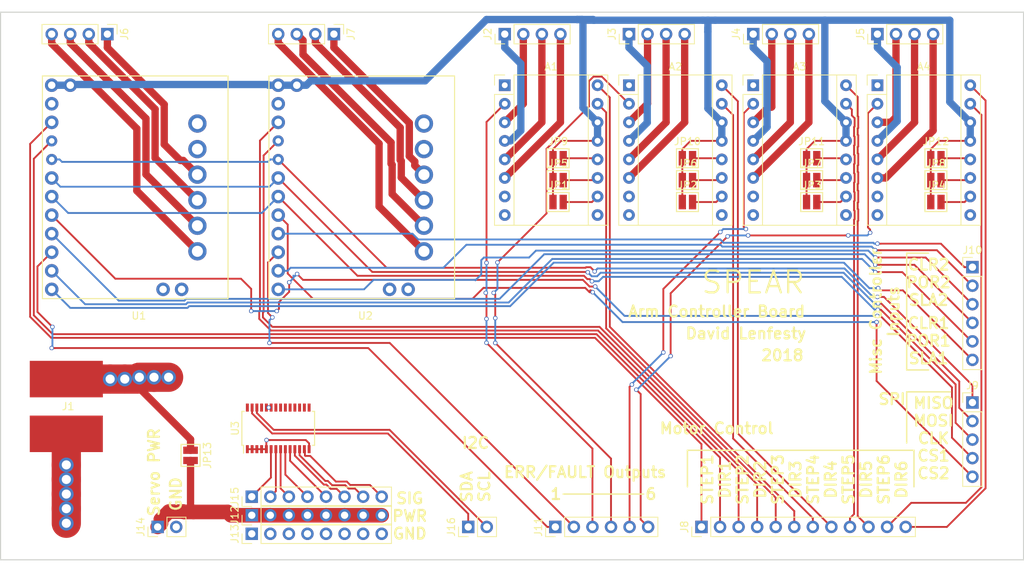
<source format=kicad_pcb>
(kicad_pcb (version 4) (host pcbnew 4.0.7)
  (layers (0 F.Cu signal) (1 In1.Cu power hide) (2 In2.Cu power) (31 B.Cu signal) (34 B.Paste user) (35 F.Paste user) (36 B.SilkS user) (37 F.SilkS user) (38 B.Mask user) (39 F.Mask user) (44 Edge.Cuts user))
  (net 0 "")
  (net 1 GND)
  (net 2 ERR3)
  (net 3 "Net-(A1-Pad10)")
  (net 4 "Net-(A1-Pad3)")
  (net 5 "Net-(A1-Pad11)")
  (net 6 "Net-(A1-Pad4)")
  (net 7 "Net-(A1-Pad12)")
  (net 8 "Net-(A1-Pad5)")
  (net 9 +5V)
  (net 10 "Net-(A1-Pad6)")
  (net 11 "Net-(A1-Pad15)")
  (net 12 +VMOT)
  (net 13 "Net-(A1-Pad16)")
  (net 14 ERR4)
  (net 15 "Net-(A2-Pad10)")
  (net 16 "Net-(A2-Pad3)")
  (net 17 "Net-(A2-Pad11)")
  (net 18 "Net-(A2-Pad4)")
  (net 19 "Net-(A2-Pad12)")
  (net 20 "Net-(A2-Pad5)")
  (net 21 "Net-(A2-Pad6)")
  (net 22 "Net-(A2-Pad15)")
  (net 23 "Net-(A2-Pad16)")
  (net 24 ERR5)
  (net 25 "Net-(A3-Pad10)")
  (net 26 "Net-(A3-Pad3)")
  (net 27 "Net-(A3-Pad11)")
  (net 28 "Net-(A3-Pad4)")
  (net 29 "Net-(A3-Pad12)")
  (net 30 "Net-(A3-Pad5)")
  (net 31 "Net-(A3-Pad6)")
  (net 32 "Net-(A3-Pad15)")
  (net 33 "Net-(A3-Pad16)")
  (net 34 ERR6)
  (net 35 "Net-(A4-Pad10)")
  (net 36 "Net-(A4-Pad3)")
  (net 37 "Net-(A4-Pad11)")
  (net 38 "Net-(A4-Pad4)")
  (net 39 "Net-(A4-Pad12)")
  (net 40 "Net-(A4-Pad5)")
  (net 41 "Net-(A4-Pad6)")
  (net 42 "Net-(A4-Pad15)")
  (net 43 "Net-(A4-Pad16)")
  (net 44 "Net-(J6-Pad1)")
  (net 45 "Net-(J6-Pad2)")
  (net 46 "Net-(J6-Pad3)")
  (net 47 "Net-(J6-Pad4)")
  (net 48 "Net-(J7-Pad1)")
  (net 49 "Net-(J7-Pad2)")
  (net 50 "Net-(J7-Pad3)")
  (net 51 "Net-(J7-Pad4)")
  (net 52 "Net-(J8-Pad1)")
  (net 53 "Net-(J8-Pad2)")
  (net 54 "Net-(J8-Pad3)")
  (net 55 "Net-(J8-Pad4)")
  (net 56 /SPI_MISO)
  (net 57 /SPI_MOSI)
  (net 58 /SPI_CLK)
  (net 59 /SPI_CS1)
  (net 60 /SPI_CS2)
  (net 61 "Net-(J10-Pad1)")
  (net 62 "Net-(J10-Pad2)")
  (net 63 "Net-(J10-Pad3)")
  (net 64 "Net-(J10-Pad4)")
  (net 65 "Net-(J10-Pad5)")
  (net 66 "Net-(J10-Pad6)")
  (net 67 ERR1)
  (net 68 ERR2)
  (net 69 +SRV_PWR)
  (net 70 "Net-(J15-Pad1)")
  (net 71 "Net-(J15-Pad2)")
  (net 72 "Net-(J15-Pad3)")
  (net 73 "Net-(J15-Pad4)")
  (net 74 "Net-(J15-Pad5)")
  (net 75 "Net-(J15-Pad6)")
  (net 76 "Net-(J15-Pad7)")
  (net 77 "Net-(J15-Pad8)")
  (net 78 "Net-(U1-Pad20)")
  (net 79 "Net-(U2-Pad20)")
  (net 80 "Net-(U3-Pad15)")
  (net 81 "Net-(U3-Pad16)")
  (net 82 "Net-(U3-Pad17)")
  (net 83 "Net-(U3-Pad18)")
  (net 84 "Net-(U3-Pad19)")
  (net 85 "Net-(U3-Pad20)")
  (net 86 "Net-(U3-Pad21)")
  (net 87 "Net-(U3-Pad22)")
  (net 88 "Net-(U3-Pad25)")
  (net 89 /SDA)
  (net 90 /SCL)
  (module Modules:Pololu_Breakout-16_15.2x20.3mm (layer F.Cu) (at 180 57)
    (fp_text reference A1 (at 6.35 -2.54) (layer F.SilkS))
    (fp_text value Pololu_Breakout_DRV8825)
    (pad 1 thru_hole rect (at 0 0) (size 1.6 1.6) (drill 0.8) (layers *.Cu *.Mask) (net 1 GND))
    (pad 9 thru_hole oval (at 12.7 17.78) (size 1.6 1.6) (drill 0.8) (layers *.Cu *.Mask) (net 1 GND))
    (pad 2 thru_hole oval (at 0 2.54) (size 1.6 1.6) (drill 0.8) (layers *.Cu *.Mask) (net 2 ERR3))
    (pad 10 thru_hole oval (at 12.7 15.24) (size 1.6 1.6) (drill 0.8) (layers *.Cu *.Mask) (net 3 "Net-(A1-Pad10)"))
    (pad 3 thru_hole oval (at 0 5.08) (size 1.6 1.6) (drill 0.8) (layers *.Cu *.Mask) (net 4 "Net-(A1-Pad3)"))
    (pad 11 thru_hole oval (at 12.7 12.7) (size 1.6 1.6) (drill 0.8) (layers *.Cu *.Mask) (net 5 "Net-(A1-Pad11)"))
    (pad 4 thru_hole oval (at 0 7.62) (size 1.6 1.6) (drill 0.8) (layers *.Cu *.Mask) (net 6 "Net-(A1-Pad4)"))
    (pad 12 thru_hole oval (at 12.7 10.16) (size 1.6 1.6) (drill 0.8) (layers *.Cu *.Mask) (net 7 "Net-(A1-Pad12)"))
    (pad 5 thru_hole oval (at 0 10.16) (size 1.6 1.6) (drill 0.8) (layers *.Cu *.Mask) (net 8 "Net-(A1-Pad5)"))
    (pad 13 thru_hole oval (at 12.7 7.62) (size 1.6 1.6) (drill 0.8) (layers *.Cu *.Mask) (net 9 +5V))
    (pad 6 thru_hole oval (at 0 12.7) (size 1.6 1.6) (drill 0.8) (layers *.Cu *.Mask) (net 10 "Net-(A1-Pad6)"))
    (pad 14 thru_hole oval (at 12.7 5.08) (size 1.6 1.6) (drill 0.8) (layers *.Cu *.Mask) (net 9 +5V))
    (pad 7 thru_hole oval (at 0 15.24) (size 1.6 1.6) (drill 0.8) (layers *.Cu *.Mask) (net 1 GND))
    (pad 15 thru_hole oval (at 12.7 2.54) (size 1.6 1.6) (drill 0.8) (layers *.Cu *.Mask) (net 11 "Net-(A1-Pad15)"))
    (pad 8 thru_hole oval (at 0 17.78) (size 1.6 1.6) (drill 0.8) (layers *.Cu *.Mask) (net 12 +VMOT))
    (pad 16 thru_hole oval (at 12.7 0) (size 1.6 1.6) (drill 0.8) (layers *.Cu *.Mask) (net 13 "Net-(A1-Pad16)"))
  )
  (module Modules:Pololu_Breakout-16_15.2x20.3mm (layer F.Cu) (at 197 57)
    (fp_text reference A2 (at 6.35 -2.54) (layer F.SilkS))
    (fp_text value Pololu_Breakout_DRV8825)
    (pad 1 thru_hole rect (at 0 0) (size 1.6 1.6) (drill 0.8) (layers *.Cu *.Mask) (net 1 GND))
    (pad 9 thru_hole oval (at 12.7 17.78) (size 1.6 1.6) (drill 0.8) (layers *.Cu *.Mask) (net 1 GND))
    (pad 2 thru_hole oval (at 0 2.54) (size 1.6 1.6) (drill 0.8) (layers *.Cu *.Mask) (net 14 ERR4))
    (pad 10 thru_hole oval (at 12.7 15.24) (size 1.6 1.6) (drill 0.8) (layers *.Cu *.Mask) (net 15 "Net-(A2-Pad10)"))
    (pad 3 thru_hole oval (at 0 5.08) (size 1.6 1.6) (drill 0.8) (layers *.Cu *.Mask) (net 16 "Net-(A2-Pad3)"))
    (pad 11 thru_hole oval (at 12.7 12.7) (size 1.6 1.6) (drill 0.8) (layers *.Cu *.Mask) (net 17 "Net-(A2-Pad11)"))
    (pad 4 thru_hole oval (at 0 7.62) (size 1.6 1.6) (drill 0.8) (layers *.Cu *.Mask) (net 18 "Net-(A2-Pad4)"))
    (pad 12 thru_hole oval (at 12.7 10.16) (size 1.6 1.6) (drill 0.8) (layers *.Cu *.Mask) (net 19 "Net-(A2-Pad12)"))
    (pad 5 thru_hole oval (at 0 10.16) (size 1.6 1.6) (drill 0.8) (layers *.Cu *.Mask) (net 20 "Net-(A2-Pad5)"))
    (pad 13 thru_hole oval (at 12.7 7.62) (size 1.6 1.6) (drill 0.8) (layers *.Cu *.Mask) (net 9 +5V))
    (pad 6 thru_hole oval (at 0 12.7) (size 1.6 1.6) (drill 0.8) (layers *.Cu *.Mask) (net 21 "Net-(A2-Pad6)"))
    (pad 14 thru_hole oval (at 12.7 5.08) (size 1.6 1.6) (drill 0.8) (layers *.Cu *.Mask) (net 9 +5V))
    (pad 7 thru_hole oval (at 0 15.24) (size 1.6 1.6) (drill 0.8) (layers *.Cu *.Mask) (net 1 GND))
    (pad 15 thru_hole oval (at 12.7 2.54) (size 1.6 1.6) (drill 0.8) (layers *.Cu *.Mask) (net 22 "Net-(A2-Pad15)"))
    (pad 8 thru_hole oval (at 0 17.78) (size 1.6 1.6) (drill 0.8) (layers *.Cu *.Mask) (net 12 +VMOT))
    (pad 16 thru_hole oval (at 12.7 0) (size 1.6 1.6) (drill 0.8) (layers *.Cu *.Mask) (net 23 "Net-(A2-Pad16)"))
  )
  (module Modules:Pololu_Breakout-16_15.2x20.3mm (layer F.Cu) (at 214 57)
    (fp_text reference A3 (at 6.35 -2.54) (layer F.SilkS))
    (fp_text value Pololu_Breakout_DRV8825)
    (pad 1 thru_hole rect (at 0 0) (size 1.6 1.6) (drill 0.8) (layers *.Cu *.Mask) (net 1 GND))
    (pad 9 thru_hole oval (at 12.7 17.78) (size 1.6 1.6) (drill 0.8) (layers *.Cu *.Mask) (net 1 GND))
    (pad 2 thru_hole oval (at 0 2.54) (size 1.6 1.6) (drill 0.8) (layers *.Cu *.Mask) (net 24 ERR5))
    (pad 10 thru_hole oval (at 12.7 15.24) (size 1.6 1.6) (drill 0.8) (layers *.Cu *.Mask) (net 25 "Net-(A3-Pad10)"))
    (pad 3 thru_hole oval (at 0 5.08) (size 1.6 1.6) (drill 0.8) (layers *.Cu *.Mask) (net 26 "Net-(A3-Pad3)"))
    (pad 11 thru_hole oval (at 12.7 12.7) (size 1.6 1.6) (drill 0.8) (layers *.Cu *.Mask) (net 27 "Net-(A3-Pad11)"))
    (pad 4 thru_hole oval (at 0 7.62) (size 1.6 1.6) (drill 0.8) (layers *.Cu *.Mask) (net 28 "Net-(A3-Pad4)"))
    (pad 12 thru_hole oval (at 12.7 10.16) (size 1.6 1.6) (drill 0.8) (layers *.Cu *.Mask) (net 29 "Net-(A3-Pad12)"))
    (pad 5 thru_hole oval (at 0 10.16) (size 1.6 1.6) (drill 0.8) (layers *.Cu *.Mask) (net 30 "Net-(A3-Pad5)"))
    (pad 13 thru_hole oval (at 12.7 7.62) (size 1.6 1.6) (drill 0.8) (layers *.Cu *.Mask) (net 9 +5V))
    (pad 6 thru_hole oval (at 0 12.7) (size 1.6 1.6) (drill 0.8) (layers *.Cu *.Mask) (net 31 "Net-(A3-Pad6)"))
    (pad 14 thru_hole oval (at 12.7 5.08) (size 1.6 1.6) (drill 0.8) (layers *.Cu *.Mask) (net 9 +5V))
    (pad 7 thru_hole oval (at 0 15.24) (size 1.6 1.6) (drill 0.8) (layers *.Cu *.Mask) (net 1 GND))
    (pad 15 thru_hole oval (at 12.7 2.54) (size 1.6 1.6) (drill 0.8) (layers *.Cu *.Mask) (net 32 "Net-(A3-Pad15)"))
    (pad 8 thru_hole oval (at 0 17.78) (size 1.6 1.6) (drill 0.8) (layers *.Cu *.Mask) (net 12 +VMOT))
    (pad 16 thru_hole oval (at 12.7 0) (size 1.6 1.6) (drill 0.8) (layers *.Cu *.Mask) (net 33 "Net-(A3-Pad16)"))
  )
  (module Modules:Pololu_Breakout-16_15.2x20.3mm (layer F.Cu) (at 231 57)
    (fp_text reference A4 (at 6.35 -2.54) (layer F.SilkS))
    (fp_text value Pololu_Breakout_DRV8825)
    (pad 1 thru_hole rect (at 0 0) (size 1.6 1.6) (drill 0.8) (layers *.Cu *.Mask) (net 1 GND))
    (pad 9 thru_hole oval (at 12.7 17.78) (size 1.6 1.6) (drill 0.8) (layers *.Cu *.Mask) (net 1 GND))
    (pad 2 thru_hole oval (at 0 2.54) (size 1.6 1.6) (drill 0.8) (layers *.Cu *.Mask) (net 34 ERR6))
    (pad 10 thru_hole oval (at 12.7 15.24) (size 1.6 1.6) (drill 0.8) (layers *.Cu *.Mask) (net 35 "Net-(A4-Pad10)"))
    (pad 3 thru_hole oval (at 0 5.08) (size 1.6 1.6) (drill 0.8) (layers *.Cu *.Mask) (net 36 "Net-(A4-Pad3)"))
    (pad 11 thru_hole oval (at 12.7 12.7) (size 1.6 1.6) (drill 0.8) (layers *.Cu *.Mask) (net 37 "Net-(A4-Pad11)"))
    (pad 4 thru_hole oval (at 0 7.62) (size 1.6 1.6) (drill 0.8) (layers *.Cu *.Mask) (net 38 "Net-(A4-Pad4)"))
    (pad 12 thru_hole oval (at 12.7 10.16) (size 1.6 1.6) (drill 0.8) (layers *.Cu *.Mask) (net 39 "Net-(A4-Pad12)"))
    (pad 5 thru_hole oval (at 0 10.16) (size 1.6 1.6) (drill 0.8) (layers *.Cu *.Mask) (net 40 "Net-(A4-Pad5)"))
    (pad 13 thru_hole oval (at 12.7 7.62) (size 1.6 1.6) (drill 0.8) (layers *.Cu *.Mask) (net 9 +5V))
    (pad 6 thru_hole oval (at 0 12.7) (size 1.6 1.6) (drill 0.8) (layers *.Cu *.Mask) (net 41 "Net-(A4-Pad6)"))
    (pad 14 thru_hole oval (at 12.7 5.08) (size 1.6 1.6) (drill 0.8) (layers *.Cu *.Mask) (net 9 +5V))
    (pad 7 thru_hole oval (at 0 15.24) (size 1.6 1.6) (drill 0.8) (layers *.Cu *.Mask) (net 1 GND))
    (pad 15 thru_hole oval (at 12.7 2.54) (size 1.6 1.6) (drill 0.8) (layers *.Cu *.Mask) (net 42 "Net-(A4-Pad15)"))
    (pad 8 thru_hole oval (at 0 17.78) (size 1.6 1.6) (drill 0.8) (layers *.Cu *.Mask) (net 12 +VMOT))
    (pad 16 thru_hole oval (at 12.7 0) (size 1.6 1.6) (drill 0.8) (layers *.Cu *.Mask) (net 43 "Net-(A4-Pad16)"))
  )
  (module custom_footprints:SolderPad-double-5x10mm (layer F.Cu) (at 120 101)
    (fp_text reference J1 (at 0.25 0) (layer F.SilkS))
    (fp_text value Conn_01x02)
    (pad 1 smd rect (at 0 -3.75) (size 10 5) (layers F.Cu F.Paste F.Mask) (net 12 +VMOT))
    (pad 2 smd rect (at 0 3.75) (size 10 5) (layers F.Cu F.Paste F.Mask) (net 1 GND))
  )
  (module Pin_Headers:Pin_Header_Straight_1x04_Pitch2.54mm (layer F.Cu) (at 180 50 90)
    (fp_text reference J2 (at 0 -2.33 90) (layer F.SilkS))
    (fp_text value Conn_01x04)
    (pad 1 thru_hole rect (at 0 0 90) (size 1.7 1.7) (drill 1) (layers *.Cu *.Mask) (net 6 "Net-(A1-Pad4)"))
    (pad 2 thru_hole oval (at 0 2.54 90) (size 1.7 1.7) (drill 1) (layers *.Cu *.Mask) (net 4 "Net-(A1-Pad3)"))
    (pad 3 thru_hole oval (at 0 5.08 90) (size 1.7 1.7) (drill 1) (layers *.Cu *.Mask) (net 8 "Net-(A1-Pad5)"))
    (pad 4 thru_hole oval (at 0 7.62 90) (size 1.7 1.7) (drill 1) (layers *.Cu *.Mask) (net 10 "Net-(A1-Pad6)"))
  )
  (module Pin_Headers:Pin_Header_Straight_1x04_Pitch2.54mm (layer F.Cu) (at 197 50 90)
    (fp_text reference J3 (at 0 -2.33 90) (layer F.SilkS))
    (fp_text value Conn_01x04)
    (pad 1 thru_hole rect (at 0 0 90) (size 1.7 1.7) (drill 1) (layers *.Cu *.Mask) (net 18 "Net-(A2-Pad4)"))
    (pad 2 thru_hole oval (at 0 2.54 90) (size 1.7 1.7) (drill 1) (layers *.Cu *.Mask) (net 16 "Net-(A2-Pad3)"))
    (pad 3 thru_hole oval (at 0 5.08 90) (size 1.7 1.7) (drill 1) (layers *.Cu *.Mask) (net 20 "Net-(A2-Pad5)"))
    (pad 4 thru_hole oval (at 0 7.62 90) (size 1.7 1.7) (drill 1) (layers *.Cu *.Mask) (net 21 "Net-(A2-Pad6)"))
  )
  (module Pin_Headers:Pin_Header_Straight_1x04_Pitch2.54mm (layer F.Cu) (at 214 50 90)
    (fp_text reference J4 (at 0 -2.33 90) (layer F.SilkS))
    (fp_text value Conn_01x04)
    (pad 1 thru_hole rect (at 0 0 90) (size 1.7 1.7) (drill 1) (layers *.Cu *.Mask) (net 28 "Net-(A3-Pad4)"))
    (pad 2 thru_hole oval (at 0 2.54 90) (size 1.7 1.7) (drill 1) (layers *.Cu *.Mask) (net 26 "Net-(A3-Pad3)"))
    (pad 3 thru_hole oval (at 0 5.08 90) (size 1.7 1.7) (drill 1) (layers *.Cu *.Mask) (net 30 "Net-(A3-Pad5)"))
    (pad 4 thru_hole oval (at 0 7.62 90) (size 1.7 1.7) (drill 1) (layers *.Cu *.Mask) (net 31 "Net-(A3-Pad6)"))
  )
  (module Pin_Headers:Pin_Header_Straight_1x04_Pitch2.54mm (layer F.Cu) (at 231 50 90)
    (fp_text reference J5 (at 0 -2.33 90) (layer F.SilkS))
    (fp_text value Conn_01x04)
    (pad 1 thru_hole rect (at 0 0 90) (size 1.7 1.7) (drill 1) (layers *.Cu *.Mask) (net 38 "Net-(A4-Pad4)"))
    (pad 2 thru_hole oval (at 0 2.54 90) (size 1.7 1.7) (drill 1) (layers *.Cu *.Mask) (net 36 "Net-(A4-Pad3)"))
    (pad 3 thru_hole oval (at 0 5.08 90) (size 1.7 1.7) (drill 1) (layers *.Cu *.Mask) (net 40 "Net-(A4-Pad5)"))
    (pad 4 thru_hole oval (at 0 7.62 90) (size 1.7 1.7) (drill 1) (layers *.Cu *.Mask) (net 41 "Net-(A4-Pad6)"))
  )
  (module Pin_Headers:Pin_Header_Straight_1x04_Pitch2.54mm (layer F.Cu) (at 125.62 50 270)
    (fp_text reference J6 (at 0 -2.33 270) (layer F.SilkS))
    (fp_text value Conn_01x04)
    (pad 1 thru_hole rect (at 0 0 270) (size 1.7 1.7) (drill 1) (layers *.Cu *.Mask) (net 44 "Net-(J6-Pad1)"))
    (pad 2 thru_hole oval (at 0 2.54 270) (size 1.7 1.7) (drill 1) (layers *.Cu *.Mask) (net 45 "Net-(J6-Pad2)"))
    (pad 3 thru_hole oval (at 0 5.08 270) (size 1.7 1.7) (drill 1) (layers *.Cu *.Mask) (net 46 "Net-(J6-Pad3)"))
    (pad 4 thru_hole oval (at 0 7.62 270) (size 1.7 1.7) (drill 1) (layers *.Cu *.Mask) (net 47 "Net-(J6-Pad4)"))
  )
  (module Pin_Headers:Pin_Header_Straight_1x04_Pitch2.54mm (layer F.Cu) (at 156.62 50 270)
    (fp_text reference J7 (at 0 -2.33 270) (layer F.SilkS))
    (fp_text value Conn_01x04)
    (pad 1 thru_hole rect (at 0 0 270) (size 1.7 1.7) (drill 1) (layers *.Cu *.Mask) (net 48 "Net-(J7-Pad1)"))
    (pad 2 thru_hole oval (at 0 2.54 270) (size 1.7 1.7) (drill 1) (layers *.Cu *.Mask) (net 49 "Net-(J7-Pad2)"))
    (pad 3 thru_hole oval (at 0 5.08 270) (size 1.7 1.7) (drill 1) (layers *.Cu *.Mask) (net 50 "Net-(J7-Pad3)"))
    (pad 4 thru_hole oval (at 0 7.62 270) (size 1.7 1.7) (drill 1) (layers *.Cu *.Mask) (net 51 "Net-(J7-Pad4)"))
  )
  (module Pin_Headers:Pin_Header_Straight_1x12_Pitch2.54mm (layer F.Cu) (at 206.92 117.5 90)
    (fp_text reference J8 (at 0 -2.33 90) (layer F.SilkS))
    (fp_text value Conn_01x12)
    (pad 1 thru_hole rect (at 0 0 90) (size 1.7 1.7) (drill 1) (layers *.Cu *.Mask) (net 52 "Net-(J8-Pad1)"))
    (pad 2 thru_hole oval (at 0 2.54 90) (size 1.7 1.7) (drill 1) (layers *.Cu *.Mask) (net 53 "Net-(J8-Pad2)"))
    (pad 3 thru_hole oval (at 0 5.08 90) (size 1.7 1.7) (drill 1) (layers *.Cu *.Mask) (net 54 "Net-(J8-Pad3)"))
    (pad 4 thru_hole oval (at 0 7.62 90) (size 1.7 1.7) (drill 1) (layers *.Cu *.Mask) (net 55 "Net-(J8-Pad4)"))
    (pad 5 thru_hole oval (at 0 10.16 90) (size 1.7 1.7) (drill 1) (layers *.Cu *.Mask) (net 11 "Net-(A1-Pad15)"))
    (pad 6 thru_hole oval (at 0 12.7 90) (size 1.7 1.7) (drill 1) (layers *.Cu *.Mask) (net 13 "Net-(A1-Pad16)"))
    (pad 7 thru_hole oval (at 0 15.24 90) (size 1.7 1.7) (drill 1) (layers *.Cu *.Mask) (net 22 "Net-(A2-Pad15)"))
    (pad 8 thru_hole oval (at 0 17.78 90) (size 1.7 1.7) (drill 1) (layers *.Cu *.Mask) (net 23 "Net-(A2-Pad16)"))
    (pad 9 thru_hole oval (at 0 20.32 90) (size 1.7 1.7) (drill 1) (layers *.Cu *.Mask) (net 32 "Net-(A3-Pad15)"))
    (pad 10 thru_hole oval (at 0 22.86 90) (size 1.7 1.7) (drill 1) (layers *.Cu *.Mask) (net 33 "Net-(A3-Pad16)"))
    (pad 11 thru_hole oval (at 0 25.4 90) (size 1.7 1.7) (drill 1) (layers *.Cu *.Mask) (net 42 "Net-(A4-Pad15)"))
    (pad 12 thru_hole oval (at 0 27.94 90) (size 1.7 1.7) (drill 1) (layers *.Cu *.Mask) (net 43 "Net-(A4-Pad16)"))
  )
  (module Pin_Headers:Pin_Header_Straight_1x05_Pitch2.54mm (layer F.Cu) (at 244 100.46)
    (fp_text reference J9 (at 0 -2.33) (layer F.SilkS))
    (fp_text value Conn_01x05)
    (pad 1 thru_hole rect (at 0 0) (size 1.7 1.7) (drill 1) (layers *.Cu *.Mask) (net 56 /SPI_MISO))
    (pad 2 thru_hole oval (at 0 2.54) (size 1.7 1.7) (drill 1) (layers *.Cu *.Mask) (net 57 /SPI_MOSI))
    (pad 3 thru_hole oval (at 0 5.08) (size 1.7 1.7) (drill 1) (layers *.Cu *.Mask) (net 58 /SPI_CLK))
    (pad 4 thru_hole oval (at 0 7.62) (size 1.7 1.7) (drill 1) (layers *.Cu *.Mask) (net 59 /SPI_CS1))
    (pad 5 thru_hole oval (at 0 10.16) (size 1.7 1.7) (drill 1) (layers *.Cu *.Mask) (net 60 /SPI_CS2))
  )
  (module Pin_Headers:Pin_Header_Straight_1x06_Pitch2.54mm (layer F.Cu) (at 244 81.92)
    (fp_text reference J10 (at 0 -2.33) (layer F.SilkS))
    (fp_text value Conn_01x06)
    (pad 1 thru_hole rect (at 0 0) (size 1.7 1.7) (drill 1) (layers *.Cu *.Mask) (net 61 "Net-(J10-Pad1)"))
    (pad 2 thru_hole oval (at 0 2.54) (size 1.7 1.7) (drill 1) (layers *.Cu *.Mask) (net 62 "Net-(J10-Pad2)"))
    (pad 3 thru_hole oval (at 0 5.08) (size 1.7 1.7) (drill 1) (layers *.Cu *.Mask) (net 63 "Net-(J10-Pad3)"))
    (pad 4 thru_hole oval (at 0 7.62) (size 1.7 1.7) (drill 1) (layers *.Cu *.Mask) (net 64 "Net-(J10-Pad4)"))
    (pad 5 thru_hole oval (at 0 10.16) (size 1.7 1.7) (drill 1) (layers *.Cu *.Mask) (net 65 "Net-(J10-Pad5)"))
    (pad 6 thru_hole oval (at 0 12.7) (size 1.7 1.7) (drill 1) (layers *.Cu *.Mask) (net 66 "Net-(J10-Pad6)"))
  )
  (module Pin_Headers:Pin_Header_Straight_1x06_Pitch2.54mm (layer F.Cu) (at 186.92 117.5 90)
    (fp_text reference J11 (at 0 -2.33 90) (layer F.SilkS))
    (fp_text value Conn_01x06)
    (pad 1 thru_hole rect (at 0 0 90) (size 1.7 1.7) (drill 1) (layers *.Cu *.Mask) (net 67 ERR1))
    (pad 2 thru_hole oval (at 0 2.54 90) (size 1.7 1.7) (drill 1) (layers *.Cu *.Mask) (net 68 ERR2))
    (pad 3 thru_hole oval (at 0 5.08 90) (size 1.7 1.7) (drill 1) (layers *.Cu *.Mask) (net 2 ERR3))
    (pad 4 thru_hole oval (at 0 7.62 90) (size 1.7 1.7) (drill 1) (layers *.Cu *.Mask) (net 14 ERR4))
    (pad 5 thru_hole oval (at 0 10.16 90) (size 1.7 1.7) (drill 1) (layers *.Cu *.Mask) (net 24 ERR5))
    (pad 6 thru_hole oval (at 0 12.7 90) (size 1.7 1.7) (drill 1) (layers *.Cu *.Mask) (net 34 ERR6))
  )
  (module Pin_Headers:Pin_Header_Straight_1x08_Pitch2.54mm (layer F.Cu) (at 145.38 115.9 90)
    (fp_text reference J12 (at 0 -2.33 90) (layer F.SilkS))
    (fp_text value Conn_01x08)
    (pad 1 thru_hole rect (at 0 0 90) (size 1.7 1.7) (drill 1) (layers *.Cu *.Mask) (net 69 +SRV_PWR))
    (pad 2 thru_hole oval (at 0 2.54 90) (size 1.7 1.7) (drill 1) (layers *.Cu *.Mask) (net 69 +SRV_PWR))
    (pad 3 thru_hole oval (at 0 5.08 90) (size 1.7 1.7) (drill 1) (layers *.Cu *.Mask) (net 69 +SRV_PWR))
    (pad 4 thru_hole oval (at 0 7.62 90) (size 1.7 1.7) (drill 1) (layers *.Cu *.Mask) (net 69 +SRV_PWR))
    (pad 5 thru_hole oval (at 0 10.16 90) (size 1.7 1.7) (drill 1) (layers *.Cu *.Mask) (net 69 +SRV_PWR))
    (pad 6 thru_hole oval (at 0 12.7 90) (size 1.7 1.7) (drill 1) (layers *.Cu *.Mask) (net 69 +SRV_PWR))
    (pad 7 thru_hole oval (at 0 15.24 90) (size 1.7 1.7) (drill 1) (layers *.Cu *.Mask) (net 69 +SRV_PWR))
    (pad 8 thru_hole oval (at 0 17.78 90) (size 1.7 1.7) (drill 1) (layers *.Cu *.Mask) (net 69 +SRV_PWR))
  )
  (module Pin_Headers:Pin_Header_Straight_1x08_Pitch2.54mm (layer F.Cu) (at 145.38 118.44 90)
    (fp_text reference J13 (at 0 -2.33 90) (layer F.SilkS))
    (fp_text value Conn_01x08)
    (pad 1 thru_hole rect (at 0 0 90) (size 1.7 1.7) (drill 1) (layers *.Cu *.Mask) (net 1 GND))
    (pad 2 thru_hole oval (at 0 2.54 90) (size 1.7 1.7) (drill 1) (layers *.Cu *.Mask) (net 1 GND))
    (pad 3 thru_hole oval (at 0 5.08 90) (size 1.7 1.7) (drill 1) (layers *.Cu *.Mask) (net 1 GND))
    (pad 4 thru_hole oval (at 0 7.62 90) (size 1.7 1.7) (drill 1) (layers *.Cu *.Mask) (net 1 GND))
    (pad 5 thru_hole oval (at 0 10.16 90) (size 1.7 1.7) (drill 1) (layers *.Cu *.Mask) (net 1 GND))
    (pad 6 thru_hole oval (at 0 12.7 90) (size 1.7 1.7) (drill 1) (layers *.Cu *.Mask) (net 1 GND))
    (pad 7 thru_hole oval (at 0 15.24 90) (size 1.7 1.7) (drill 1) (layers *.Cu *.Mask) (net 1 GND))
    (pad 8 thru_hole oval (at 0 17.78 90) (size 1.7 1.7) (drill 1) (layers *.Cu *.Mask) (net 1 GND))
  )
  (module Pin_Headers:Pin_Header_Straight_1x02_Pitch2.54mm (layer F.Cu) (at 132.5 117.5 90)
    (fp_text reference J14 (at 0 -2.33 90) (layer F.SilkS))
    (fp_text value Conn_01x02)
    (pad 1 thru_hole rect (at 0 0 90) (size 1.7 1.7) (drill 1) (layers *.Cu *.Mask) (net 69 +SRV_PWR))
    (pad 2 thru_hole oval (at 0 2.54 90) (size 1.7 1.7) (drill 1) (layers *.Cu *.Mask) (net 1 GND))
  )
  (module Pin_Headers:Pin_Header_Straight_1x08_Pitch2.54mm (layer F.Cu) (at 145.38 113.36 90)
    (fp_text reference J15 (at 0 -2.33 90) (layer F.SilkS))
    (fp_text value Conn_01x08)
    (pad 1 thru_hole rect (at 0 0 90) (size 1.7 1.7) (drill 1) (layers *.Cu *.Mask) (net 70 "Net-(J15-Pad1)"))
    (pad 2 thru_hole oval (at 0 2.54 90) (size 1.7 1.7) (drill 1) (layers *.Cu *.Mask) (net 71 "Net-(J15-Pad2)"))
    (pad 3 thru_hole oval (at 0 5.08 90) (size 1.7 1.7) (drill 1) (layers *.Cu *.Mask) (net 72 "Net-(J15-Pad3)"))
    (pad 4 thru_hole oval (at 0 7.62 90) (size 1.7 1.7) (drill 1) (layers *.Cu *.Mask) (net 73 "Net-(J15-Pad4)"))
    (pad 5 thru_hole oval (at 0 10.16 90) (size 1.7 1.7) (drill 1) (layers *.Cu *.Mask) (net 74 "Net-(J15-Pad5)"))
    (pad 6 thru_hole oval (at 0 12.7 90) (size 1.7 1.7) (drill 1) (layers *.Cu *.Mask) (net 75 "Net-(J15-Pad6)"))
    (pad 7 thru_hole oval (at 0 15.24 90) (size 1.7 1.7) (drill 1) (layers *.Cu *.Mask) (net 76 "Net-(J15-Pad7)"))
    (pad 8 thru_hole oval (at 0 17.78 90) (size 1.7 1.7) (drill 1) (layers *.Cu *.Mask) (net 77 "Net-(J15-Pad8)"))
  )
  (module Custom_Footprints:Jumper_SMD (layer F.Cu) (at 187.3 73 90)
    (fp_text reference JP1 (at 2.3 0 180) (layer F.SilkS))
    (fp_text value Jumper_NO_Small)
    (pad 1 smd rect (at 0 -0.7 90) (size 2 1) (layers F.Cu F.Paste F.Mask) (net 9 +5V))
    (pad 2 smd rect (at 0 0.7 90) (size 2 1) (layers F.Cu F.Paste F.Mask) (net 3 "Net-(A1-Pad10)"))
  )
  (module Custom_Footprints:Jumper_SMD (layer F.Cu) (at 205 73 90)
    (fp_text reference JP2 (at 2.3 0 180) (layer F.SilkS))
    (fp_text value Jumper_NO_Small)
    (pad 1 smd rect (at 0 -0.7 90) (size 2 1) (layers F.Cu F.Paste F.Mask) (net 9 +5V))
    (pad 2 smd rect (at 0 0.7 90) (size 2 1) (layers F.Cu F.Paste F.Mask) (net 15 "Net-(A2-Pad10)"))
  )
  (module Custom_Footprints:Jumper_SMD (layer F.Cu) (at 222 73 90)
    (fp_text reference JP3 (at 2.3 0 180) (layer F.SilkS))
    (fp_text value Jumper_NO_Small)
    (pad 1 smd rect (at 0 -0.7 90) (size 2 1) (layers F.Cu F.Paste F.Mask) (net 9 +5V))
    (pad 2 smd rect (at 0 0.7 90) (size 2 1) (layers F.Cu F.Paste F.Mask) (net 25 "Net-(A3-Pad10)"))
  )
  (module Custom_Footprints:Jumper_SMD (layer F.Cu) (at 239 73 90)
    (fp_text reference JP4 (at 2.3 0 180) (layer F.SilkS))
    (fp_text value Jumper_NO_Small)
    (pad 1 smd rect (at 0 -0.7 90) (size 2 1) (layers F.Cu F.Paste F.Mask) (net 9 +5V))
    (pad 2 smd rect (at 0 0.7 90) (size 2 1) (layers F.Cu F.Paste F.Mask) (net 35 "Net-(A4-Pad10)"))
  )
  (module Custom_Footprints:Jumper_SMD (layer F.Cu) (at 187.3 70 90)
    (fp_text reference JP5 (at 2.3 0 180) (layer F.SilkS))
    (fp_text value Jumper_NO_Small)
    (pad 1 smd rect (at 0 -0.7 90) (size 2 1) (layers F.Cu F.Paste F.Mask) (net 9 +5V))
    (pad 2 smd rect (at 0 0.7 90) (size 2 1) (layers F.Cu F.Paste F.Mask) (net 5 "Net-(A1-Pad11)"))
  )
  (module Custom_Footprints:Jumper_SMD (layer F.Cu) (at 205 70 90)
    (fp_text reference JP6 (at 2.3 0 180) (layer F.SilkS))
    (fp_text value Jumper_NO_Small)
    (pad 1 smd rect (at 0 -0.7 90) (size 2 1) (layers F.Cu F.Paste F.Mask) (net 9 +5V))
    (pad 2 smd rect (at 0 0.7 90) (size 2 1) (layers F.Cu F.Paste F.Mask) (net 17 "Net-(A2-Pad11)"))
  )
  (module Custom_Footprints:Jumper_SMD (layer F.Cu) (at 222 70 90)
    (fp_text reference JP7 (at 2.3 0 180) (layer F.SilkS))
    (fp_text value Jumper_NO_Small)
    (pad 1 smd rect (at 0 -0.7 90) (size 2 1) (layers F.Cu F.Paste F.Mask) (net 9 +5V))
    (pad 2 smd rect (at 0 0.7 90) (size 2 1) (layers F.Cu F.Paste F.Mask) (net 27 "Net-(A3-Pad11)"))
  )
  (module Custom_Footprints:Jumper_SMD (layer F.Cu) (at 239 70 90)
    (fp_text reference JP8 (at 2.3 0 180) (layer F.SilkS))
    (fp_text value Jumper_NO_Small)
    (pad 1 smd rect (at 0 -0.7 90) (size 2 1) (layers F.Cu F.Paste F.Mask) (net 9 +5V))
    (pad 2 smd rect (at 0 0.7 90) (size 2 1) (layers F.Cu F.Paste F.Mask) (net 37 "Net-(A4-Pad11)"))
  )
  (module Custom_Footprints:Jumper_SMD (layer F.Cu) (at 187.3 67 90)
    (fp_text reference JP9 (at 2.3 0 180) (layer F.SilkS))
    (fp_text value Jumper_NO_Small)
    (pad 1 smd rect (at 0 -0.7 90) (size 2 1) (layers F.Cu F.Paste F.Mask) (net 9 +5V))
    (pad 2 smd rect (at 0 0.7 90) (size 2 1) (layers F.Cu F.Paste F.Mask) (net 7 "Net-(A1-Pad12)"))
  )
  (module Custom_Footprints:Jumper_SMD (layer F.Cu) (at 205 67 90)
    (fp_text reference JP10 (at 2.3 0 180) (layer F.SilkS))
    (fp_text value Jumper_NO_Small)
    (pad 1 smd rect (at 0 -0.7 90) (size 2 1) (layers F.Cu F.Paste F.Mask) (net 9 +5V))
    (pad 2 smd rect (at 0 0.7 90) (size 2 1) (layers F.Cu F.Paste F.Mask) (net 19 "Net-(A2-Pad12)"))
  )
  (module Custom_Footprints:Jumper_SMD (layer F.Cu) (at 222 67 90)
    (fp_text reference JP11 (at 2.3 0 180) (layer F.SilkS))
    (fp_text value Jumper_NO_Small)
    (pad 1 smd rect (at 0 -0.7 90) (size 2 1) (layers F.Cu F.Paste F.Mask) (net 9 +5V))
    (pad 2 smd rect (at 0 0.7 90) (size 2 1) (layers F.Cu F.Paste F.Mask) (net 29 "Net-(A3-Pad12)"))
  )
  (module Custom_Footprints:Jumper_SMD (layer F.Cu) (at 239 67 90)
    (fp_text reference JP12 (at 2.3 0 180) (layer F.SilkS))
    (fp_text value Jumper_NO_Small)
    (pad 1 smd rect (at 0 -0.7 90) (size 2 1) (layers F.Cu F.Paste F.Mask) (net 9 +5V))
    (pad 2 smd rect (at 0 0.7 90) (size 2 1) (layers F.Cu F.Paste F.Mask) (net 39 "Net-(A4-Pad12)"))
  )
  (module Custom_Footprints:Jumper_SMD (layer F.Cu) (at 137 107.7)
    (fp_text reference JP13 (at 2.3 0 90) (layer F.SilkS))
    (fp_text value Jumper_NO_Small)
    (pad 1 smd rect (at 0 -0.7) (size 2 1) (layers F.Cu F.Paste F.Mask) (net 12 +VMOT))
    (pad 2 smd rect (at 0 0.7) (size 2 1) (layers F.Cu F.Paste F.Mask) (net 69 +SRV_PWR))
  )
  (module custom_footprints:AMIS-30543 (layer F.Cu) (at 129.43 70.98)
    (fp_text reference U1 (at 0.5 17.6) (layer F.SilkS))
    (fp_text value AMIS-30543)
    (pad 1 thru_hole circle (at -8.89 -13.98) (size 1.85 1.85) (drill 1.02) (layers *.Cu *.Mask) (net 9 +5V))
    (pad 2 thru_hole circle (at -11.43 -13.98) (size 1.85 1.85) (drill 1.02) (layers *.Cu *.Mask) (net 9 +5V))
    (pad 3 thru_hole circle (at -11.43 -11.438182) (size 1.85 1.85) (drill 1.02) (layers *.Cu *.Mask) (net 1 GND))
    (pad 4 thru_hole circle (at -11.43 -8.896364) (size 1.85 1.85) (drill 1.02) (layers *.Cu *.Mask) (net 52 "Net-(J8-Pad1)"))
    (pad 5 thru_hole circle (at -11.43 -6.354546) (size 1.524 1.524) (drill 0.762) (layers *.Cu *.Mask) (net 53 "Net-(J8-Pad2)"))
    (pad 6 thru_hole circle (at -11.43 -3.812728) (size 1.524 1.524) (drill 0.762) (layers *.Cu *.Mask) (net 56 /SPI_MISO))
    (pad 7 thru_hole circle (at -11.43 -1.27091) (size 1.85 1.85) (drill 1.02) (layers *.Cu *.Mask) (net 57 /SPI_MOSI))
    (pad 8 thru_hole circle (at -11.43 1.270908) (size 1.85 1.85) (drill 1.02) (layers *.Cu *.Mask) (net 58 /SPI_CLK))
    (pad 9 thru_hole circle (at -11.43 3.812726) (size 1.85 1.85) (drill 1.02) (layers *.Cu *.Mask) (net 59 /SPI_CS1))
    (pad 10 thru_hole circle (at -11.43 6.354544) (size 1.85 1.85) (drill 1.02) (layers *.Cu *.Mask) (net 64 "Net-(J10-Pad4)"))
    (pad 11 thru_hole circle (at -11.43 8.896362) (size 1.85 1.85) (drill 1.02) (layers *.Cu *.Mask) (net 67 ERR1))
    (pad 12 thru_hole circle (at -11.43 11.43818) (size 1.85 1.85) (drill 1.02) (layers *.Cu *.Mask) (net 65 "Net-(J10-Pad5)"))
    (pad 13 thru_hole circle (at -11.43 13.979998) (size 1.85 1.85) (drill 1.02) (layers *.Cu *.Mask) (net 66 "Net-(J10-Pad6)"))
    (pad 14 thru_hole circle (at 8.51 -8.73) (size 2.5 2.5) (drill 1.52) (layers *.Cu *.Mask) (net 12 +VMOT))
    (pad 15 thru_hole circle (at 8.51 -5.23) (size 2.5 2.5) (drill 1.52) (layers *.Cu *.Mask) (net 1 GND))
    (pad 16 thru_hole circle (at 8.51 -1.73) (size 2.5 2.5) (drill 1.52) (layers *.Cu *.Mask) (net 44 "Net-(J6-Pad1)"))
    (pad 17 thru_hole circle (at 8.51 1.77) (size 2.5 2.5) (drill 1.52) (layers *.Cu *.Mask) (net 45 "Net-(J6-Pad2)"))
    (pad 18 thru_hole circle (at 8.51 5.27) (size 2.5 2.5) (drill 1.52) (layers *.Cu *.Mask) (net 46 "Net-(J6-Pad3)"))
    (pad 19 thru_hole circle (at 8.51 8.77) (size 2.5 2.5) (drill 1.52) (layers *.Cu *.Mask) (net 47 "Net-(J6-Pad4)"))
    (pad 20 thru_hole circle (at 6.35 13.979998) (size 1.85 1.85) (drill 1.02) (layers *.Cu *.Mask) (net 78 "Net-(U1-Pad20)"))
    (pad 21 thru_hole circle (at 3.81 13.979998) (size 1.85 1.85) (drill 1.02) (layers *.Cu *.Mask) (net 1 GND))
  )
  (module custom_footprints:AMIS-30543 (layer F.Cu) (at 160.43 70.98)
    (fp_text reference U2 (at 0.5 17.6) (layer F.SilkS))
    (fp_text value AMIS-30543)
    (pad 1 thru_hole circle (at -8.89 -13.98) (size 1.85 1.85) (drill 1.02) (layers *.Cu *.Mask) (net 9 +5V))
    (pad 2 thru_hole circle (at -11.43 -13.98) (size 1.85 1.85) (drill 1.02) (layers *.Cu *.Mask) (net 9 +5V))
    (pad 3 thru_hole circle (at -11.43 -11.438182) (size 1.85 1.85) (drill 1.02) (layers *.Cu *.Mask) (net 1 GND))
    (pad 4 thru_hole circle (at -11.43 -8.896364) (size 1.85 1.85) (drill 1.02) (layers *.Cu *.Mask) (net 54 "Net-(J8-Pad3)"))
    (pad 5 thru_hole circle (at -11.43 -6.354546) (size 1.524 1.524) (drill 0.762) (layers *.Cu *.Mask) (net 55 "Net-(J8-Pad4)"))
    (pad 6 thru_hole circle (at -11.43 -3.812728) (size 1.524 1.524) (drill 0.762) (layers *.Cu *.Mask) (net 56 /SPI_MISO))
    (pad 7 thru_hole circle (at -11.43 -1.27091) (size 1.85 1.85) (drill 1.02) (layers *.Cu *.Mask) (net 57 /SPI_MOSI))
    (pad 8 thru_hole circle (at -11.43 1.270908) (size 1.85 1.85) (drill 1.02) (layers *.Cu *.Mask) (net 58 /SPI_CLK))
    (pad 9 thru_hole circle (at -11.43 3.812726) (size 1.85 1.85) (drill 1.02) (layers *.Cu *.Mask) (net 60 /SPI_CS2))
    (pad 10 thru_hole circle (at -11.43 6.354544) (size 1.85 1.85) (drill 1.02) (layers *.Cu *.Mask) (net 61 "Net-(J10-Pad1)"))
    (pad 11 thru_hole circle (at -11.43 8.896362) (size 1.85 1.85) (drill 1.02) (layers *.Cu *.Mask) (net 68 ERR2))
    (pad 12 thru_hole circle (at -11.43 11.43818) (size 1.85 1.85) (drill 1.02) (layers *.Cu *.Mask) (net 62 "Net-(J10-Pad2)"))
    (pad 13 thru_hole circle (at -11.43 13.979998) (size 1.85 1.85) (drill 1.02) (layers *.Cu *.Mask) (net 63 "Net-(J10-Pad3)"))
    (pad 14 thru_hole circle (at 8.51 -8.73) (size 2.5 2.5) (drill 1.52) (layers *.Cu *.Mask) (net 12 +VMOT))
    (pad 15 thru_hole circle (at 8.51 -5.23) (size 2.5 2.5) (drill 1.52) (layers *.Cu *.Mask) (net 1 GND))
    (pad 16 thru_hole circle (at 8.51 -1.73) (size 2.5 2.5) (drill 1.52) (layers *.Cu *.Mask) (net 48 "Net-(J7-Pad1)"))
    (pad 17 thru_hole circle (at 8.51 1.77) (size 2.5 2.5) (drill 1.52) (layers *.Cu *.Mask) (net 49 "Net-(J7-Pad2)"))
    (pad 18 thru_hole circle (at 8.51 5.27) (size 2.5 2.5) (drill 1.52) (layers *.Cu *.Mask) (net 50 "Net-(J7-Pad3)"))
    (pad 19 thru_hole circle (at 8.51 8.77) (size 2.5 2.5) (drill 1.52) (layers *.Cu *.Mask) (net 51 "Net-(J7-Pad4)"))
    (pad 20 thru_hole circle (at 6.35 13.979998) (size 1.85 1.85) (drill 1.02) (layers *.Cu *.Mask) (net 79 "Net-(U2-Pad20)"))
    (pad 21 thru_hole circle (at 3.81 13.979998) (size 1.85 1.85) (drill 1.02) (layers *.Cu *.Mask) (net 1 GND))
  )
  (module Housings_SSOP:TSSOP-28_4.4x9.7mm_Pitch0.65mm (layer F.Cu) (at 149 104 90)
    (fp_text reference U3 (at 0 -5.9 90) (layer F.SilkS))
    (fp_text value PCA9685)
    (pad 1 smd rect (at -2.85 -4.225 90) (size 1.1 0.4) (layers F.Cu F.Paste F.Mask) (net 1 GND))
    (pad 2 smd rect (at -2.85 -3.575 90) (size 1.1 0.4) (layers F.Cu F.Paste F.Mask) (net 1 GND))
    (pad 3 smd rect (at -2.85 -2.925 90) (size 1.1 0.4) (layers F.Cu F.Paste F.Mask) (net 1 GND))
    (pad 4 smd rect (at -2.85 -2.275 90) (size 1.1 0.4) (layers F.Cu F.Paste F.Mask) (net 1 GND))
    (pad 5 smd rect (at -2.85 -1.625 90) (size 1.1 0.4) (layers F.Cu F.Paste F.Mask) (net 1 GND))
    (pad 6 smd rect (at -2.85 -0.975 90) (size 1.1 0.4) (layers F.Cu F.Paste F.Mask) (net 70 "Net-(J15-Pad1)"))
    (pad 7 smd rect (at -2.85 -0.325 90) (size 1.1 0.4) (layers F.Cu F.Paste F.Mask) (net 71 "Net-(J15-Pad2)"))
    (pad 8 smd rect (at -2.85 0.325 90) (size 1.1 0.4) (layers F.Cu F.Paste F.Mask) (net 72 "Net-(J15-Pad3)"))
    (pad 9 smd rect (at -2.85 0.975 90) (size 1.1 0.4) (layers F.Cu F.Paste F.Mask) (net 73 "Net-(J15-Pad4)"))
    (pad 10 smd rect (at -2.85 1.625 90) (size 1.1 0.4) (layers F.Cu F.Paste F.Mask) (net 74 "Net-(J15-Pad5)"))
    (pad 11 smd rect (at -2.85 2.275 90) (size 1.1 0.4) (layers F.Cu F.Paste F.Mask) (net 75 "Net-(J15-Pad6)"))
    (pad 12 smd rect (at -2.85 2.925 90) (size 1.1 0.4) (layers F.Cu F.Paste F.Mask) (net 76 "Net-(J15-Pad7)"))
    (pad 13 smd rect (at -2.85 3.575 90) (size 1.1 0.4) (layers F.Cu F.Paste F.Mask) (net 77 "Net-(J15-Pad8)"))
    (pad 14 smd rect (at -2.85 4.225 90) (size 1.1 0.4) (layers F.Cu F.Paste F.Mask) (net 1 GND))
    (pad 15 smd rect (at 2.85 4.225 90) (size 1.1 0.4) (layers F.Cu F.Paste F.Mask) (net 80 "Net-(U3-Pad15)"))
    (pad 16 smd rect (at 2.85 3.575 90) (size 1.1 0.4) (layers F.Cu F.Paste F.Mask) (net 81 "Net-(U3-Pad16)"))
    (pad 17 smd rect (at 2.85 2.925 90) (size 1.1 0.4) (layers F.Cu F.Paste F.Mask) (net 82 "Net-(U3-Pad17)"))
    (pad 18 smd rect (at 2.85 2.275 90) (size 1.1 0.4) (layers F.Cu F.Paste F.Mask) (net 83 "Net-(U3-Pad18)"))
    (pad 19 smd rect (at 2.85 1.625 90) (size 1.1 0.4) (layers F.Cu F.Paste F.Mask) (net 84 "Net-(U3-Pad19)"))
    (pad 20 smd rect (at 2.85 0.975 90) (size 1.1 0.4) (layers F.Cu F.Paste F.Mask) (net 85 "Net-(U3-Pad20)"))
    (pad 21 smd rect (at 2.85 0.325 90) (size 1.1 0.4) (layers F.Cu F.Paste F.Mask) (net 86 "Net-(U3-Pad21)"))
    (pad 22 smd rect (at 2.85 -0.325 90) (size 1.1 0.4) (layers F.Cu F.Paste F.Mask) (net 87 "Net-(U3-Pad22)"))
    (pad 23 smd rect (at 2.85 -0.975 90) (size 1.1 0.4) (layers F.Cu F.Paste F.Mask) (net 1 GND))
    (pad 24 smd rect (at 2.85 -1.625 90) (size 1.1 0.4) (layers F.Cu F.Paste F.Mask) (net 1 GND))
    (pad 25 smd rect (at 2.85 -2.275 90) (size 1.1 0.4) (layers F.Cu F.Paste F.Mask) (net 88 "Net-(U3-Pad25)"))
    (pad 26 smd rect (at 2.85 -2.925 90) (size 1.1 0.4) (layers F.Cu F.Paste F.Mask) (net 90 /SCL))
    (pad 27 smd rect (at 2.85 -3.575 90) (size 1.1 0.4) (layers F.Cu F.Paste F.Mask) (net 89 /SDA))
    (pad 28 smd rect (at 2.85 -4.225 90) (size 1.1 0.4) (layers F.Cu F.Paste F.Mask) (net 9 +5V))
  )
  (module Pin_Headers:Pin_Header_Straight_1x02_Pitch2.54mm (layer F.Cu) (at 175 117.5 90)
    (fp_text reference J16 (at 0 -2.33 90) (layer F.SilkS))
    (fp_text value Conn_01x02)
    (pad 1 thru_hole rect (at 0 0 90) (size 1.7 1.7) (drill 1) (layers *.Cu *.Mask) (net 89 /SDA))
    (pad 2 thru_hole oval (at 0 2.54 90) (size 1.7 1.7) (drill 1) (layers *.Cu *.Mask) (net 90 /SCL))
  )
  (gr_line (start 235 96) (end 238 96) (layer F.SilkS) (width 0.2))
  (gr_line (start 235 80) (end 235 96) (layer F.SilkS) (width 0.2))
  (gr_line (start 238 80) (end 235 80) (layer F.SilkS) (width 0.2))
  (gr_text "Misc Controller\nInputs" (at 232 88 90) (layer F.SilkS) (effects (font (size 1.5 1.5) (thickness 0.3))))
  (gr_text SPI (at 233 100) (layer F.SilkS) (effects (font (size 1.5 1.5) (thickness 0.3))))
  (gr_line (start 235 99) (end 235 106) (layer F.SilkS) (width 0.2))
  (gr_line (start 241 99) (end 235 99) (layer F.SilkS) (width 0.2))
  (gr_line (start 236 107) (end 236 112) (layer F.SilkS) (width 0.2))
  (gr_line (start 205 107) (end 236 107) (layer F.SilkS) (width 0.2))
  (gr_line (start 205 112) (end 205 107) (layer F.SilkS) (width 0.2))
  (gr_text "Motor Control" (at 209 104) (layer F.SilkS) (effects (font (size 1.5 1.5) (thickness 0.3))))
  (gr_line (start 188 113) (end 199 113) (layer F.SilkS) (width 0.2))
  (gr_text I2C (at 176 106) (layer F.SilkS) (effects (font (size 1.5 1.5) (thickness 0.3))))
  (gr_text "SDA\nSCL" (at 176 112 90) (layer F.SilkS) (effects (font (size 1.5 1.5) (thickness 0.3))))
  (gr_text "CLR1\nPOR1\nSLA1" (at 238 92) (layer F.SilkS) (effects (font (size 1.5 1.5) (thickness 0.3))))
  (gr_text "CLR2\nPOR2\nSLA2" (at 238 84) (layer F.SilkS) (effects (font (size 1.5 1.5) (thickness 0.3))))
  (gr_text "CS1\nCS2" (at 238.67 108.95) (layer F.SilkS) (effects (font (size 1.5 1.5) (thickness 0.3))))
  (gr_text "MISO\nMOSI\nCLK" (at 238.67 102.95) (layer F.SilkS) (effects (font (size 1.5 1.5) (thickness 0.3))))
  (gr_text "STEP1\nDIR1\nSTEP2\nDIR2\nSTEP3\nDIR3\nSTEP4\nDIR4\nSTEP5\nDIR5\nSTEP6\nDIR6" (at 221 111 90) (layer F.SilkS) (effects (font (size 1.5 1.5) (thickness 0.3))))
  (gr_text 6 (at 200 113) (layer F.SilkS) (effects (font (size 1.5 1.5) (thickness 0.3))))
  (gr_text 1 (at 187 113) (layer F.SilkS) (effects (font (size 1.5 1.5) (thickness 0.3))))
  (gr_text "ERR/FAULT Outputs" (at 191 110) (layer F.SilkS) (effects (font (size 1.5 1.5) (thickness 0.3))))
  (gr_text GND (at 135 113 90) (layer F.SilkS) (effects (font (size 1.5 1.5) (thickness 0.3))))
  (gr_text "Servo PWR\n" (at 132 110 90) (layer F.SilkS) (effects (font (size 1.5 1.5) (thickness 0.3))))
  (gr_text "SIG\nPWR\nGND" (at 167 116) (layer F.SilkS) (effects (font (size 1.5 1.5) (thickness 0.3))))
  (gr_text 2018 (at 218 94) (layer F.SilkS) (effects (font (size 1.5 1.5) (thickness 0.3))))
  (gr_text "Arm Controller Board" (at 209 88) (layer F.SilkS) (effects (font (size 1.5 1.5) (thickness 0.3))))
  (gr_text "David Lenfesty" (at 213 91) (layer F.SilkS) (effects (font (size 1.5 1.5) (thickness 0.3))))
  (gr_text SPEAR (at 214 84) (layer F.SilkS) (effects (font (size 3 3) (thickness 0.3))))
  (gr_line (start 111 122) (end 111 47) (layer Edge.Cuts) (width 0.15))
  (gr_line (start 251 122) (end 111 122) (layer Edge.Cuts) (width 0.15))
  (gr_line (start 251 47) (end 251 122) (layer Edge.Cuts) (width 0.15))
  (gr_line (start 111 47) (end 251 47) (layer Edge.Cuts) (width 0.15))
  (segment (start 120 115) (end 120 117) (width 4) (layer F.Cu) (net 1))
  (via (at 120 117) (size 2) (drill 1.25) (layers F.Cu B.Cu) (net 1))
  (segment (start 120 113) (end 120 115) (width 4) (layer F.Cu) (net 1))
  (via (at 120 115) (size 2) (drill 1.25) (layers F.Cu B.Cu) (net 1))
  (segment (start 120 111) (end 120 113) (width 4) (layer F.Cu) (net 1))
  (via (at 120 113) (size 2) (drill 1.25) (layers F.Cu B.Cu) (net 1))
  (segment (start 120 109) (end 120 111) (width 4) (layer F.Cu) (net 1))
  (via (at 120 111) (size 2) (drill 1.25) (layers F.Cu B.Cu) (net 1))
  (segment (start 120 104.75) (end 120 109) (width 4) (layer F.Cu) (net 1))
  (via (at 120 109) (size 2) (drill 1.25) (layers F.Cu B.Cu) (net 1))
  (segment (start 147.824264 105.6) (end 147.4 105.6) (width 0.25) (layer F.Cu) (net 1))
  (segment (start 152.775 105.6) (end 147.824264 105.6) (width 0.25) (layer F.Cu) (net 1))
  (segment (start 153.225 106.05) (end 152.775 105.6) (width 0.25) (layer F.Cu) (net 1))
  (segment (start 153.225 106.85) (end 153.225 106.05) (width 0.25) (layer F.Cu) (net 1))
  (segment (start 147.375 105.625) (end 147.4 105.6) (width 0.25) (layer F.Cu) (net 1))
  (segment (start 147.375 106.85) (end 147.375 105.625) (width 0.25) (layer F.Cu) (net 1))
  (via (at 147.4 105.6) (size 0.6) (drill 0.4) (layers F.Cu B.Cu) (net 1))
  (segment (start 147.375 101.15) (end 147.7 101.15) (width 0.25) (layer F.Cu) (net 1))
  (segment (start 147.7 101.15) (end 148.025 101.15) (width 0.25) (layer F.Cu) (net 1))
  (via (at 147.7 101.15) (size 0.6) (drill 0.4) (layers F.Cu B.Cu) (net 1))
  (segment (start 146.725 106.85) (end 147.375 106.85) (width 0.25) (layer F.Cu) (net 1))
  (segment (start 146.075 106.85) (end 146.725 106.85) (width 0.25) (layer F.Cu) (net 1))
  (segment (start 145.425 106.85) (end 146.075 106.85) (width 0.25) (layer F.Cu) (net 1))
  (segment (start 144.775 106.85) (end 145.425 106.85) (width 0.25) (layer F.Cu) (net 1))
  (segment (start 177.504438 81.324989) (end 177.504438 85.330551) (width 0.25) (layer B.Cu) (net 2))
  (segment (start 177.5 85.534989) (end 177.4 85.434989) (width 0.25) (layer F.Cu) (net 2))
  (segment (start 177.504438 85.330551) (end 177.4 85.434989) (width 0.25) (layer B.Cu) (net 2))
  (segment (start 177.5 89) (end 177.5 85.534989) (width 0.25) (layer F.Cu) (net 2))
  (via (at 177.4 85.434989) (size 0.6) (drill 0.4) (layers F.Cu B.Cu) (net 2))
  (segment (start 180 59.54) (end 177.504438 62.035562) (width 0.25) (layer F.Cu) (net 2))
  (via (at 177.504438 81.324989) (size 0.6) (drill 0.4) (layers F.Cu B.Cu) (net 2))
  (segment (start 177.504438 80.900725) (end 177.504438 81.324989) (width 0.25) (layer F.Cu) (net 2))
  (segment (start 177.504438 62.035562) (end 177.504438 80.900725) (width 0.25) (layer F.Cu) (net 2))
  (segment (start 177.799999 92.57504) (end 177.5 92.275041) (width 0.25) (layer F.Cu) (net 2))
  (segment (start 192 117.5) (end 192 106.775041) (width 0.25) (layer F.Cu) (net 2))
  (via (at 177.5 92.275041) (size 0.6) (drill 0.4) (layers F.Cu B.Cu) (net 2))
  (segment (start 192 106.775041) (end 177.799999 92.57504) (width 0.25) (layer F.Cu) (net 2))
  (segment (start 177.5 89) (end 177.5 92.275041) (width 0.25) (layer B.Cu) (net 2))
  (via (at 177.5 89) (size 0.6) (drill 0.4) (layers F.Cu B.Cu) (net 2))
  (segment (start 188 73) (end 191.94 73) (width 0.25) (layer F.Cu) (net 3))
  (segment (start 191.94 73) (end 192.7 72.24) (width 0.25) (layer F.Cu) (net 3))
  (segment (start 180 62.08) (end 182.54 59.54) (width 1) (layer F.Cu) (net 4))
  (segment (start 182.54 59.54) (end 182.54 50) (width 1) (layer F.Cu) (net 4))
  (segment (start 188 70) (end 192.4 70) (width 0.25) (layer F.Cu) (net 5))
  (segment (start 192.4 70) (end 192.7 69.7) (width 0.25) (layer F.Cu) (net 5))
  (segment (start 180 64.62) (end 180.78 64.62) (width 1) (layer B.Cu) (net 6))
  (segment (start 180.78 64.62) (end 182.2 63.2) (width 1) (layer B.Cu) (net 6))
  (segment (start 180 51.85) (end 180 50) (width 1) (layer B.Cu) (net 6))
  (segment (start 182.2 63.2) (end 182.2 54.05) (width 1) (layer B.Cu) (net 6))
  (segment (start 182.2 54.05) (end 180 51.85) (width 1) (layer B.Cu) (net 6))
  (segment (start 188 67) (end 192.54 67) (width 0.25) (layer F.Cu) (net 7))
  (segment (start 192.54 67) (end 192.7 67.16) (width 0.25) (layer F.Cu) (net 7))
  (segment (start 180 67.16) (end 185.08 62.08) (width 1) (layer F.Cu) (net 8))
  (segment (start 185.08 62.08) (end 185.08 50) (width 1) (layer F.Cu) (net 8))
  (segment (start 149 57) (end 147.691853 57) (width 1) (layer B.Cu) (net 9))
  (segment (start 147.691853 57) (end 147.591853 56.9) (width 1) (layer B.Cu) (net 9))
  (segment (start 147.591853 56.9) (end 120.64 56.9) (width 1) (layer B.Cu) (net 9))
  (segment (start 120.64 56.9) (end 120.54 57) (width 1) (layer B.Cu) (net 9))
  (segment (start 186.6 67) (end 186.6 73) (width 0.25) (layer F.Cu) (net 9))
  (segment (start 204.3 67) (end 204.3 68.25) (width 0.25) (layer F.Cu) (net 9))
  (segment (start 204.3 68.25) (end 204.3 73) (width 0.25) (layer F.Cu) (net 9))
  (segment (start 221.3 67) (end 221.3 73) (width 0.25) (layer F.Cu) (net 9))
  (segment (start 238.3 67) (end 238.3 68.25) (width 0.25) (layer F.Cu) (net 9))
  (segment (start 238.3 68.25) (end 238.3 73) (width 0.25) (layer F.Cu) (net 9))
  (segment (start 243.7 64.62) (end 239.43 64.62) (width 0.25) (layer F.Cu) (net 9))
  (segment (start 239.43 64.62) (end 238.3 65.75) (width 0.25) (layer F.Cu) (net 9))
  (segment (start 238.3 65.75) (end 238.3 67) (width 0.25) (layer F.Cu) (net 9))
  (segment (start 226.7 64.62) (end 222.43 64.62) (width 0.25) (layer F.Cu) (net 9))
  (segment (start 222.43 64.62) (end 221.3 65.75) (width 0.25) (layer F.Cu) (net 9))
  (segment (start 221.3 65.75) (end 221.3 67) (width 0.25) (layer F.Cu) (net 9))
  (segment (start 209.7 64.62) (end 205.43 64.62) (width 0.25) (layer F.Cu) (net 9))
  (segment (start 205.43 64.62) (end 204.3 65.75) (width 0.25) (layer F.Cu) (net 9))
  (segment (start 204.3 65.75) (end 204.3 67) (width 0.25) (layer F.Cu) (net 9))
  (segment (start 192.7 64.62) (end 187.73 64.62) (width 0.25) (layer F.Cu) (net 9))
  (segment (start 187.73 64.62) (end 186.6 65.75) (width 0.25) (layer F.Cu) (net 9))
  (segment (start 186.6 65.75) (end 186.6 67) (width 0.25) (layer F.Cu) (net 9))
  (segment (start 192.7 62.08) (end 192.7 64.62) (width 1) (layer B.Cu) (net 9))
  (segment (start 209.7 62.08) (end 209.7 64.62) (width 1) (layer B.Cu) (net 9))
  (segment (start 243.7 62.08) (end 243.7 64.62) (width 1) (layer B.Cu) (net 9))
  (segment (start 226.7 62.08) (end 226.7 64.62) (width 1) (layer B.Cu) (net 9))
  (segment (start 207.8 48.1) (end 208.8 48.1) (width 1) (layer B.Cu) (net 9))
  (segment (start 207.1 48.1) (end 207.8 48.1) (width 1) (layer B.Cu) (net 9))
  (segment (start 207.8 48.1) (end 207.8 49.7) (width 1) (layer B.Cu) (net 9))
  (segment (start 192.2 48.1) (end 207.1 48.1) (width 1) (layer B.Cu) (net 9))
  (segment (start 207.8 49.1) (end 207.8 49.7) (width 1) (layer B.Cu) (net 9))
  (segment (start 207.8 49.7) (end 207.8 60.18) (width 1) (layer B.Cu) (net 9))
  (segment (start 189.9 48) (end 190.6 48) (width 1) (layer B.Cu) (net 9))
  (segment (start 177.5 48) (end 189.9 48) (width 1) (layer B.Cu) (net 9))
  (segment (start 189.9 48) (end 192.1 48) (width 1) (layer B.Cu) (net 9))
  (segment (start 190.7 48.1) (end 192.2 48.1) (width 1) (layer B.Cu) (net 9))
  (segment (start 192.1 48) (end 192.2 48.1) (width 1) (layer B.Cu) (net 9))
  (segment (start 240.9 48.1) (end 240.9 59.28) (width 1) (layer B.Cu) (net 9))
  (segment (start 240.9 59.28) (end 243.7 62.08) (width 1) (layer B.Cu) (net 9))
  (segment (start 223.8 48.1) (end 240.9 48.1) (width 1) (layer B.Cu) (net 9))
  (segment (start 223.8 48.1) (end 223.8 59.18) (width 1) (layer B.Cu) (net 9))
  (segment (start 223.8 59.18) (end 226.7 62.08) (width 1) (layer B.Cu) (net 9))
  (segment (start 208.8 48.1) (end 223.8 48.1) (width 1) (layer B.Cu) (net 9))
  (segment (start 207.8 60.18) (end 209.7 62.08) (width 1) (layer B.Cu) (net 9))
  (segment (start 190.7 48.1) (end 190.7 60.08) (width 1) (layer B.Cu) (net 9))
  (segment (start 190.7 60.08) (end 192.7 62.08) (width 1) (layer B.Cu) (net 9))
  (segment (start 190.6 48) (end 190.7 48.1) (width 1) (layer B.Cu) (net 9))
  (segment (start 169.1 56.4) (end 177.5 48) (width 1) (layer B.Cu) (net 9))
  (segment (start 153.448147 56.4) (end 169.1 56.4) (width 1) (layer B.Cu) (net 9))
  (segment (start 151.54 57) (end 152.848147 57) (width 1) (layer B.Cu) (net 9))
  (segment (start 152.848147 57) (end 153.448147 56.4) (width 1) (layer B.Cu) (net 9))
  (segment (start 120.54 57) (end 118 57) (width 1) (layer B.Cu) (net 9))
  (segment (start 151.54 57) (end 149 57) (width 1) (layer B.Cu) (net 9))
  (segment (start 187.62 51.202081) (end 187.62 50) (width 1) (layer F.Cu) (net 10))
  (segment (start 187.62 62.08) (end 187.62 51.202081) (width 1) (layer F.Cu) (net 10))
  (segment (start 180 69.7) (end 187.62 62.08) (width 1) (layer F.Cu) (net 10))
  (segment (start 217.08 117.5) (end 217.08 113.500056) (width 0.25) (layer F.Cu) (net 11))
  (segment (start 217.08 113.500056) (end 193.875001 90.295057) (width 0.25) (layer F.Cu) (net 11))
  (segment (start 193.499999 60.339999) (end 192.7 59.54) (width 0.25) (layer F.Cu) (net 11))
  (segment (start 193.875001 90.295057) (end 193.875001 60.715001) (width 0.25) (layer F.Cu) (net 11))
  (segment (start 193.875001 60.715001) (end 193.499999 60.339999) (width 0.25) (layer F.Cu) (net 11))
  (segment (start 132 97) (end 134 97) (width 4) (layer F.Cu) (net 12))
  (via (at 134 97) (size 2) (drill 1.25) (layers F.Cu B.Cu) (net 12))
  (segment (start 130 97) (end 132 97) (width 4) (layer F.Cu) (net 12))
  (via (at 132 97) (size 2) (drill 1.25) (layers F.Cu B.Cu) (net 12))
  (segment (start 128 97.25) (end 129.75 97.25) (width 4) (layer F.Cu) (net 12))
  (segment (start 129.75 97.25) (end 130 97) (width 4) (layer F.Cu) (net 12))
  (via (at 130 97) (size 2) (drill 1.25) (layers F.Cu B.Cu) (net 12))
  (segment (start 128.75 97.25) (end 128 97.25) (width 1) (layer F.Cu) (net 12))
  (segment (start 126 97.25) (end 128 97.25) (width 4) (layer F.Cu) (net 12))
  (via (at 128 97.25) (size 2) (drill 1.25) (layers F.Cu B.Cu) (net 12))
  (segment (start 120 97.25) (end 126 97.25) (width 4) (layer F.Cu) (net 12))
  (via (at 126 97.25) (size 2) (drill 1.25) (layers F.Cu B.Cu) (net 12))
  (segment (start 137 107) (end 137 105.5) (width 1) (layer F.Cu) (net 12))
  (segment (start 137 105.5) (end 128.75 97.25) (width 1) (layer F.Cu) (net 12))
  (segment (start 193.499999 57.799999) (end 192.7 57) (width 0.25) (layer F.Cu) (net 13))
  (segment (start 194.375012 58.675012) (end 193.499999 57.799999) (width 0.25) (layer F.Cu) (net 13))
  (segment (start 194.375012 90.087946) (end 194.375012 58.675012) (width 0.25) (layer F.Cu) (net 13))
  (segment (start 219.62 117.5) (end 219.62 115.332934) (width 0.25) (layer F.Cu) (net 13))
  (segment (start 219.62 115.332934) (end 194.375012 90.087946) (width 0.25) (layer F.Cu) (net 13))
  (segment (start 178.784324 85.13499) (end 178.484325 85.434989) (width 0.25) (layer B.Cu) (net 14))
  (segment (start 178.7 88.9) (end 178.7 85.650664) (width 0.25) (layer F.Cu) (net 14))
  (segment (start 179 81.27501) (end 179 84.919314) (width 0.25) (layer B.Cu) (net 14))
  (segment (start 179 84.919314) (end 178.784324 85.13499) (width 0.25) (layer B.Cu) (net 14))
  (segment (start 178.7 85.650664) (end 178.484325 85.434989) (width 0.25) (layer F.Cu) (net 14))
  (via (at 178.484325 85.434989) (size 0.6) (drill 0.4) (layers F.Cu B.Cu) (net 14))
  (segment (start 179.299999 80.975011) (end 179 81.27501) (width 0.25) (layer F.Cu) (net 14))
  (segment (start 185.724999 74.550011) (end 179.299999 80.975011) (width 0.25) (layer F.Cu) (net 14))
  (segment (start 191.524999 59.899999) (end 185.724999 65.699999) (width 0.25) (layer F.Cu) (net 14))
  (segment (start 192.135999 55.824999) (end 191.524999 56.435999) (width 0.25) (layer F.Cu) (net 14))
  (via (at 179 81.27501) (size 0.6) (drill 0.4) (layers F.Cu B.Cu) (net 14))
  (segment (start 193.284999 55.824999) (end 192.135999 55.824999) (width 0.25) (layer F.Cu) (net 14))
  (segment (start 191.524999 56.435999) (end 191.524999 59.899999) (width 0.25) (layer F.Cu) (net 14))
  (segment (start 197 59.54) (end 193.284999 55.824999) (width 0.25) (layer F.Cu) (net 14))
  (segment (start 185.724999 65.699999) (end 185.724999 74.550011) (width 0.25) (layer F.Cu) (net 14))
  (segment (start 178.7 92.3) (end 178.7 88.9) (width 0.25) (layer B.Cu) (net 14))
  (via (at 178.7 88.9) (size 0.6) (drill 0.4) (layers F.Cu B.Cu) (net 14))
  (segment (start 194.54 117.5) (end 194.54 108.14) (width 0.25) (layer F.Cu) (net 14))
  (segment (start 194.54 108.14) (end 178.7 92.3) (width 0.25) (layer F.Cu) (net 14))
  (via (at 178.7 92.3) (size 0.6) (drill 0.4) (layers F.Cu B.Cu) (net 14))
  (segment (start 205.7 73) (end 208.94 73) (width 0.25) (layer F.Cu) (net 15))
  (segment (start 208.94 73) (end 209.7 72.24) (width 0.25) (layer F.Cu) (net 15))
  (segment (start 197 62.08) (end 199.54 59.54) (width 1) (layer F.Cu) (net 16))
  (segment (start 199.54 59.54) (end 199.54 50) (width 1) (layer F.Cu) (net 16))
  (segment (start 205.7 70) (end 209.4 70) (width 0.25) (layer F.Cu) (net 17))
  (segment (start 209.4 70) (end 209.7 69.7) (width 0.25) (layer F.Cu) (net 17))
  (segment (start 199.5 62.12) (end 199.5 54.35) (width 1) (layer B.Cu) (net 18))
  (segment (start 197 51.85) (end 197 50) (width 1) (layer B.Cu) (net 18))
  (segment (start 199.5 54.35) (end 197 51.85) (width 1) (layer B.Cu) (net 18))
  (segment (start 197 64.62) (end 199.5 62.12) (width 1) (layer B.Cu) (net 18))
  (segment (start 205.7 67) (end 209.54 67) (width 0.25) (layer F.Cu) (net 19))
  (segment (start 209.54 67) (end 209.7 67.16) (width 0.25) (layer F.Cu) (net 19))
  (segment (start 197 67.16) (end 202.08 62.08) (width 1) (layer F.Cu) (net 20))
  (segment (start 202.08 62.08) (end 202.08 50) (width 1) (layer F.Cu) (net 20))
  (segment (start 197 69.7) (end 204.62 62.08) (width 1) (layer F.Cu) (net 21))
  (segment (start 204.62 62.08) (end 204.62 50) (width 1) (layer F.Cu) (net 21))
  (segment (start 211.249989 105.387908) (end 211.249989 61.089989) (width 0.25) (layer F.Cu) (net 22))
  (segment (start 222.16 116.297919) (end 211.249989 105.387908) (width 0.25) (layer F.Cu) (net 22))
  (segment (start 211.249989 61.089989) (end 210.499999 60.339999) (width 0.25) (layer F.Cu) (net 22))
  (segment (start 222.16 117.5) (end 222.16 116.297919) (width 0.25) (layer F.Cu) (net 22))
  (segment (start 210.499999 60.339999) (end 209.7 59.54) (width 0.25) (layer F.Cu) (net 22))
  (segment (start 224.7 117.5) (end 211.9 104.7) (width 0.25) (layer F.Cu) (net 23))
  (segment (start 211.9 104.7) (end 211.9 59.2) (width 0.25) (layer F.Cu) (net 23))
  (segment (start 211.9 59.2) (end 210.499999 57.799999) (width 0.25) (layer F.Cu) (net 23))
  (segment (start 210.499999 57.799999) (end 209.7 57) (width 0.25) (layer F.Cu) (net 23))
  (segment (start 212.700001 76.400001) (end 213 76.7) (width 0.25) (layer F.Cu) (net 24))
  (segment (start 212.700001 60.839999) (end 212.700001 76.400001) (width 0.25) (layer F.Cu) (net 24))
  (segment (start 214 59.54) (end 212.700001 60.839999) (width 0.25) (layer F.Cu) (net 24))
  (segment (start 209.9 76.7) (end 212.575736 76.7) (width 0.25) (layer B.Cu) (net 24))
  (segment (start 209.5 77.1) (end 209.9 76.7) (width 0.25) (layer B.Cu) (net 24))
  (segment (start 212.575736 76.7) (end 213 76.7) (width 0.25) (layer B.Cu) (net 24))
  (via (at 213 76.7) (size 0.6) (drill 0.4) (layers F.Cu B.Cu) (net 24))
  (segment (start 201.7 93.6) (end 197.4 97.9) (width 0.25) (layer B.Cu) (net 24))
  (segment (start 197.100001 98.299999) (end 197.4 98) (width 0.25) (layer F.Cu) (net 24))
  (segment (start 197.08 98.32) (end 197.100001 98.299999) (width 0.25) (layer F.Cu) (net 24))
  (segment (start 197.08 117.5) (end 197.08 98.32) (width 0.25) (layer F.Cu) (net 24))
  (segment (start 197.4 97.9) (end 197.4 98) (width 0.25) (layer B.Cu) (net 24))
  (via (at 197.4 98) (size 0.6) (drill 0.4) (layers F.Cu B.Cu) (net 24))
  (segment (start 209.200001 77.399999) (end 209.5 77.1) (width 0.25) (layer F.Cu) (net 24))
  (segment (start 201.7 93.6) (end 201.7 84.9) (width 0.25) (layer F.Cu) (net 24))
  (via (at 209.5 77.1) (size 0.6) (drill 0.4) (layers F.Cu B.Cu) (net 24))
  (segment (start 201.7 84.9) (end 209.200001 77.399999) (width 0.25) (layer F.Cu) (net 24))
  (via (at 201.7 93.6) (size 0.6) (drill 0.4) (layers F.Cu B.Cu) (net 24))
  (segment (start 222.7 73) (end 225.94 73) (width 0.25) (layer F.Cu) (net 25))
  (segment (start 225.94 73) (end 226.7 72.24) (width 0.25) (layer F.Cu) (net 25))
  (segment (start 214 62.08) (end 216.08 60) (width 1) (layer F.Cu) (net 26))
  (segment (start 216.08 60) (end 216.5 60) (width 1) (layer F.Cu) (net 26))
  (segment (start 216.5 60) (end 216.54 59.96) (width 1) (layer F.Cu) (net 26))
  (segment (start 216.54 59.96) (end 216.54 50) (width 1) (layer F.Cu) (net 26))
  (segment (start 222.7 70) (end 226.4 70) (width 0.25) (layer F.Cu) (net 27))
  (segment (start 226.4 70) (end 226.7 69.7) (width 0.25) (layer F.Cu) (net 27))
  (segment (start 214 64.62) (end 215.9 62.72) (width 1) (layer B.Cu) (net 28))
  (segment (start 215.9 62.72) (end 215.9 53.75) (width 1) (layer B.Cu) (net 28))
  (segment (start 215.9 53.75) (end 214 51.85) (width 1) (layer B.Cu) (net 28))
  (segment (start 214 51.85) (end 214 50) (width 1) (layer B.Cu) (net 28))
  (segment (start 222.7 67) (end 226.54 67) (width 0.25) (layer F.Cu) (net 29))
  (segment (start 226.54 67) (end 226.7 67.16) (width 0.25) (layer F.Cu) (net 29))
  (segment (start 214 67.16) (end 219.08 62.08) (width 1) (layer F.Cu) (net 30))
  (segment (start 219.08 62.08) (end 219.08 50) (width 1) (layer F.Cu) (net 30))
  (segment (start 214 69.7) (end 221.62 62.08) (width 1) (layer F.Cu) (net 31))
  (segment (start 221.62 62.08) (end 221.62 50) (width 1) (layer F.Cu) (net 31))
  (segment (start 227.499999 61.140997) (end 227.499999 60.339999) (width 0.25) (layer F.Cu) (net 32))
  (segment (start 227.875001 69.135999) (end 227.799989 69.060987) (width 0.25) (layer F.Cu) (net 32))
  (segment (start 227.875001 61.515999) (end 227.499999 61.140997) (width 0.25) (layer F.Cu) (net 32))
  (segment (start 227.875001 66.595999) (end 227.799989 66.520987) (width 0.25) (layer F.Cu) (net 32))
  (segment (start 227.799989 63.980987) (end 227.799989 62.719013) (width 0.25) (layer F.Cu) (net 32))
  (segment (start 227.875001 64.055999) (end 227.799989 63.980987) (width 0.25) (layer F.Cu) (net 32))
  (segment (start 227.875001 74.215999) (end 227.799989 74.140987) (width 0.25) (layer F.Cu) (net 32))
  (segment (start 227.875001 67.724001) (end 227.875001 66.595999) (width 0.25) (layer F.Cu) (net 32))
  (segment (start 227.799989 72.879013) (end 227.875001 72.804001) (width 0.25) (layer F.Cu) (net 32))
  (segment (start 227.799989 69.060987) (end 227.799989 67.799013) (width 0.25) (layer F.Cu) (net 32))
  (segment (start 227.799989 65.259013) (end 227.875001 65.184001) (width 0.25) (layer F.Cu) (net 32))
  (segment (start 227.875001 71.675999) (end 227.799989 71.600987) (width 0.25) (layer F.Cu) (net 32))
  (segment (start 227.875001 72.804001) (end 227.875001 71.675999) (width 0.25) (layer F.Cu) (net 32))
  (segment (start 227.799989 115.73793) (end 227.799989 75.419013) (width 0.25) (layer F.Cu) (net 32))
  (segment (start 227.875001 75.344001) (end 227.875001 74.215999) (width 0.25) (layer F.Cu) (net 32))
  (segment (start 227.875001 65.184001) (end 227.875001 64.055999) (width 0.25) (layer F.Cu) (net 32))
  (segment (start 227.799989 71.600987) (end 227.799989 70.339013) (width 0.25) (layer F.Cu) (net 32))
  (segment (start 227.799989 75.419013) (end 227.875001 75.344001) (width 0.25) (layer F.Cu) (net 32))
  (segment (start 227.24 116.297919) (end 227.799989 115.73793) (width 0.25) (layer F.Cu) (net 32))
  (segment (start 227.24 117.5) (end 227.24 116.297919) (width 0.25) (layer F.Cu) (net 32))
  (segment (start 227.799989 70.339013) (end 227.875001 70.264001) (width 0.25) (layer F.Cu) (net 32))
  (segment (start 227.875001 62.644001) (end 227.875001 61.515999) (width 0.25) (layer F.Cu) (net 32))
  (segment (start 227.875001 70.264001) (end 227.875001 69.135999) (width 0.25) (layer F.Cu) (net 32))
  (segment (start 227.799989 62.719013) (end 227.875001 62.644001) (width 0.25) (layer F.Cu) (net 32))
  (segment (start 227.799989 66.520987) (end 227.799989 65.259013) (width 0.25) (layer F.Cu) (net 32))
  (segment (start 227.799989 74.140987) (end 227.799989 72.879013) (width 0.25) (layer F.Cu) (net 32))
  (segment (start 227.799989 67.799013) (end 227.875001 67.724001) (width 0.25) (layer F.Cu) (net 32))
  (segment (start 227.499999 60.339999) (end 226.7 59.54) (width 0.25) (layer F.Cu) (net 32))
  (segment (start 228.375011 66.388887) (end 228.3 66.313876) (width 0.25) (layer F.Cu) (net 33))
  (segment (start 228.375011 71.468887) (end 228.3 71.393876) (width 0.25) (layer F.Cu) (net 33))
  (segment (start 228.3 63.773876) (end 228.3 62.926124) (width 0.25) (layer F.Cu) (net 33))
  (segment (start 228.3 70.546124) (end 228.375012 70.471112) (width 0.25) (layer F.Cu) (net 33))
  (segment (start 228.3 75.626124) (end 228.375012 75.551112) (width 0.25) (layer F.Cu) (net 33))
  (segment (start 228.3 61.233876) (end 228.3 58.6) (width 0.25) (layer F.Cu) (net 33))
  (segment (start 229.78 117.5) (end 228.3 116.02) (width 0.25) (layer F.Cu) (net 33))
  (segment (start 228.3 116.02) (end 228.3 75.626124) (width 0.25) (layer F.Cu) (net 33))
  (segment (start 228.375012 70.471112) (end 228.375011 68.928887) (width 0.25) (layer F.Cu) (net 33))
  (segment (start 228.375012 75.551112) (end 228.375011 74.008887) (width 0.25) (layer F.Cu) (net 33))
  (segment (start 228.375012 73.011112) (end 228.375011 71.468887) (width 0.25) (layer F.Cu) (net 33))
  (segment (start 228.375011 74.008887) (end 228.3 73.933876) (width 0.25) (layer F.Cu) (net 33))
  (segment (start 228.3 73.933876) (end 228.3 73.086124) (width 0.25) (layer F.Cu) (net 33))
  (segment (start 228.3 73.086124) (end 228.375012 73.011112) (width 0.25) (layer F.Cu) (net 33))
  (segment (start 228.3 71.393876) (end 228.3 70.546124) (width 0.25) (layer F.Cu) (net 33))
  (segment (start 228.375011 68.928887) (end 228.3 68.853876) (width 0.25) (layer F.Cu) (net 33))
  (segment (start 228.3 68.853876) (end 228.3 68.006124) (width 0.25) (layer F.Cu) (net 33))
  (segment (start 228.3 68.006124) (end 228.375012 67.931112) (width 0.25) (layer F.Cu) (net 33))
  (segment (start 228.375012 67.931112) (end 228.375011 66.388887) (width 0.25) (layer F.Cu) (net 33))
  (segment (start 228.3 66.313876) (end 228.3 65.466124) (width 0.25) (layer F.Cu) (net 33))
  (segment (start 227.499999 57.799999) (end 226.7 57) (width 0.25) (layer F.Cu) (net 33))
  (segment (start 228.3 65.466124) (end 228.375012 65.391112) (width 0.25) (layer F.Cu) (net 33))
  (segment (start 228.375011 63.848887) (end 228.3 63.773876) (width 0.25) (layer F.Cu) (net 33))
  (segment (start 228.375012 65.391112) (end 228.375011 63.848887) (width 0.25) (layer F.Cu) (net 33))
  (segment (start 228.3 62.926124) (end 228.375012 62.851112) (width 0.25) (layer F.Cu) (net 33))
  (segment (start 228.375012 62.851112) (end 228.375011 61.308887) (width 0.25) (layer F.Cu) (net 33))
  (segment (start 228.375011 61.308887) (end 228.3 61.233876) (width 0.25) (layer F.Cu) (net 33))
  (segment (start 228.3 58.6) (end 227.499999 57.799999) (width 0.25) (layer F.Cu) (net 33))
  (segment (start 230 77.2) (end 230 76.775736) (width 0.25) (layer F.Cu) (net 34))
  (segment (start 230 76.775736) (end 229.7 76.475736) (width 0.25) (layer F.Cu) (net 34))
  (segment (start 229.7 60.84) (end 230.200001 60.339999) (width 0.25) (layer F.Cu) (net 34))
  (segment (start 229.7 76.475736) (end 229.7 60.84) (width 0.25) (layer F.Cu) (net 34))
  (segment (start 230.200001 60.339999) (end 231 59.54) (width 0.25) (layer F.Cu) (net 34))
  (segment (start 210.625032 77.574968) (end 210.5 77.7) (width 0.25) (layer B.Cu) (net 34))
  (segment (start 202.7 85.5) (end 210.200001 77.999999) (width 0.25) (layer F.Cu) (net 34))
  (segment (start 202.7 94.1) (end 202.7 85.5) (width 0.25) (layer F.Cu) (net 34))
  (segment (start 210.200001 77.999999) (end 210.5 77.7) (width 0.25) (layer F.Cu) (net 34))
  (segment (start 213.3 77.574968) (end 210.625032 77.574968) (width 0.25) (layer B.Cu) (net 34))
  (via (at 210.5 77.7) (size 0.6) (drill 0.4) (layers F.Cu B.Cu) (net 34))
  (segment (start 199.62 117.5) (end 198.6 116.48) (width 0.25) (layer F.Cu) (net 34))
  (segment (start 198.6 116.48) (end 198.6 99.3) (width 0.25) (layer F.Cu) (net 34))
  (segment (start 198.6 99.3) (end 198.299999 98.999999) (width 0.25) (layer F.Cu) (net 34))
  (segment (start 198.299999 98.999999) (end 198 98.7) (width 0.25) (layer F.Cu) (net 34))
  (segment (start 198.1 98.7) (end 198 98.7) (width 0.25) (layer B.Cu) (net 34))
  (segment (start 202.7 94.1) (end 198.1 98.7) (width 0.25) (layer B.Cu) (net 34))
  (via (at 198 98.7) (size 0.6) (drill 0.4) (layers F.Cu B.Cu) (net 34))
  (via (at 202.7 94.1) (size 0.6) (drill 0.4) (layers F.Cu B.Cu) (net 34))
  (segment (start 230 77.2) (end 229.625032 77.574968) (width 0.25) (layer B.Cu) (net 34))
  (segment (start 229.625032 77.574968) (end 227.424264 77.574968) (width 0.25) (layer B.Cu) (net 34))
  (segment (start 226.575736 77.574968) (end 213.3 77.574968) (width 0.25) (layer F.Cu) (net 34))
  (via (at 227 77.574968) (size 0.6) (drill 0.4) (layers F.Cu B.Cu) (net 34))
  (segment (start 227 77.574968) (end 226.575736 77.574968) (width 0.25) (layer F.Cu) (net 34))
  (via (at 213.3 77.574968) (size 0.6) (drill 0.4) (layers F.Cu B.Cu) (net 34))
  (segment (start 227.424264 77.574968) (end 227 77.574968) (width 0.25) (layer B.Cu) (net 34))
  (via (at 230 77.2) (size 0.6) (drill 0.4) (layers F.Cu B.Cu) (net 34))
  (segment (start 239.7 73) (end 242.94 73) (width 0.25) (layer F.Cu) (net 35))
  (segment (start 242.94 73) (end 243.7 72.24) (width 0.25) (layer F.Cu) (net 35))
  (segment (start 231 62.08) (end 232.82 62.08) (width 1) (layer F.Cu) (net 36))
  (segment (start 232.82 62.08) (end 233.54 61.36) (width 1) (layer F.Cu) (net 36))
  (segment (start 233.54 61.36) (end 233.54 51.202081) (width 1) (layer F.Cu) (net 36))
  (segment (start 233.54 51.202081) (end 233.54 50) (width 1) (layer F.Cu) (net 36))
  (segment (start 239.7 70) (end 243.4 70) (width 0.25) (layer F.Cu) (net 37))
  (segment (start 243.4 70) (end 243.7 69.7) (width 0.25) (layer F.Cu) (net 37))
  (segment (start 233.7 61.92) (end 233.7 54.55) (width 1) (layer B.Cu) (net 38))
  (segment (start 233.7 54.55) (end 231 51.85) (width 1) (layer B.Cu) (net 38))
  (segment (start 231 51.85) (end 231 50) (width 1) (layer B.Cu) (net 38))
  (segment (start 231 64.62) (end 233.7 61.92) (width 1) (layer B.Cu) (net 38))
  (segment (start 239.7 67) (end 243.54 67) (width 0.25) (layer F.Cu) (net 39))
  (segment (start 243.54 67) (end 243.7 67.16) (width 0.25) (layer F.Cu) (net 39))
  (segment (start 231 67.16) (end 236.08 62.08) (width 1) (layer F.Cu) (net 40))
  (segment (start 236.08 62.08) (end 236.08 50) (width 1) (layer F.Cu) (net 40))
  (segment (start 231 69.7) (end 232.13137 69.7) (width 1) (layer F.Cu) (net 41))
  (segment (start 232.13137 69.7) (end 238.62 63.21137) (width 1) (layer F.Cu) (net 41))
  (segment (start 238.62 63.21137) (end 238.62 51.202081) (width 1) (layer F.Cu) (net 41))
  (segment (start 238.62 51.202081) (end 238.62 50) (width 1) (layer F.Cu) (net 41))
  (segment (start 243.1 114.2) (end 245.225001 112.074999) (width 0.25) (layer F.Cu) (net 42))
  (segment (start 245.225001 112.074999) (end 245.225001 61.065001) (width 0.25) (layer F.Cu) (net 42))
  (segment (start 245.225001 61.065001) (end 244.499999 60.339999) (width 0.25) (layer F.Cu) (net 42))
  (segment (start 244.499999 60.339999) (end 243.7 59.54) (width 0.25) (layer F.Cu) (net 42))
  (segment (start 235.62 114.2) (end 243.1 114.2) (width 0.25) (layer F.Cu) (net 42))
  (segment (start 232.32 117.5) (end 235.62 114.2) (width 0.25) (layer F.Cu) (net 42))
  (segment (start 234.86 117.5) (end 240.507122 117.5) (width 0.25) (layer F.Cu) (net 43))
  (segment (start 244.499999 57.799999) (end 243.7 57) (width 0.25) (layer F.Cu) (net 43))
  (segment (start 240.507122 117.5) (end 245.8 112.207122) (width 0.25) (layer F.Cu) (net 43))
  (segment (start 245.8 112.207122) (end 245.8 59.1) (width 0.25) (layer F.Cu) (net 43))
  (segment (start 245.8 59.1) (end 244.499999 57.799999) (width 0.25) (layer F.Cu) (net 43))
  (segment (start 137.94 69.25) (end 135.989999 67.299999) (width 1) (layer F.Cu) (net 44))
  (segment (start 135.989999 67.299999) (end 135.599999 67.299999) (width 1) (layer F.Cu) (net 44))
  (segment (start 133.4 65.1) (end 133.4 59.63) (width 1) (layer F.Cu) (net 44))
  (segment (start 135.599999 67.299999) (end 133.4 65.1) (width 1) (layer F.Cu) (net 44))
  (segment (start 133.4 59.63) (end 125.62 51.85) (width 1) (layer F.Cu) (net 44))
  (segment (start 125.62 51.85) (end 125.62 50) (width 1) (layer F.Cu) (net 44))
  (segment (start 137.94 72.75) (end 132.149989 66.959989) (width 1) (layer F.Cu) (net 45))
  (segment (start 132.149989 60.27207) (end 123.08 51.202081) (width 1) (layer F.Cu) (net 45))
  (segment (start 123.08 51.202081) (end 123.08 50) (width 1) (layer F.Cu) (net 45))
  (segment (start 132.149989 66.959989) (end 132.149989 60.27207) (width 1) (layer F.Cu) (net 45))
  (segment (start 120.54 51.202081) (end 120.54 50) (width 1) (layer F.Cu) (net 46))
  (segment (start 130.899978 61.562059) (end 120.54 51.202081) (width 1) (layer F.Cu) (net 46))
  (segment (start 137.94 76.25) (end 130.899978 69.209978) (width 1) (layer F.Cu) (net 46))
  (segment (start 130.899978 69.209978) (end 130.899978 61.562059) (width 1) (layer F.Cu) (net 46))
  (segment (start 118 51.202081) (end 118 50) (width 1) (layer F.Cu) (net 47))
  (segment (start 129.649967 62.949967) (end 118 51.3) (width 1) (layer F.Cu) (net 47))
  (segment (start 137.94 79.75) (end 129.649967 71.459967) (width 1) (layer F.Cu) (net 47))
  (segment (start 118 51.3) (end 118 51.202081) (width 1) (layer F.Cu) (net 47))
  (segment (start 129.649967 71.459967) (end 129.649967 62.949967) (width 1) (layer F.Cu) (net 47))
  (segment (start 166.939999 66.710001) (end 166.939999 62.169999) (width 1) (layer F.Cu) (net 48))
  (segment (start 167.690001 67.460003) (end 166.939999 66.710001) (width 1) (layer F.Cu) (net 48))
  (segment (start 167.690001 68.000001) (end 167.690001 67.460003) (width 1) (layer F.Cu) (net 48))
  (segment (start 156.62 51.85) (end 156.62 50) (width 1) (layer F.Cu) (net 48))
  (segment (start 166.939999 62.169999) (end 156.62 51.85) (width 1) (layer F.Cu) (net 48))
  (segment (start 168.94 69.25) (end 167.690001 68.000001) (width 1) (layer F.Cu) (net 48))
  (segment (start 165.689988 62.812069) (end 154.08 51.202081) (width 1) (layer F.Cu) (net 49))
  (segment (start 165.839988 69.649988) (end 165.839988 67.377772) (width 1) (layer F.Cu) (net 49))
  (segment (start 168.94 72.75) (end 165.839988 69.649988) (width 1) (layer F.Cu) (net 49))
  (segment (start 165.689988 67.227772) (end 165.689988 62.812069) (width 1) (layer F.Cu) (net 49))
  (segment (start 165.839988 67.377772) (end 165.689988 67.227772) (width 1) (layer F.Cu) (net 49))
  (segment (start 154.08 51.202081) (end 154.08 50) (width 1) (layer F.Cu) (net 49))
  (segment (start 152.389999 52.789999) (end 152.389999 50.849999) (width 1) (layer F.Cu) (net 50))
  (segment (start 168.94 76.25) (end 164.589977 71.899977) (width 1) (layer F.Cu) (net 50))
  (segment (start 164.589977 71.899977) (end 164.589977 67.895543) (width 1) (layer F.Cu) (net 50))
  (segment (start 164.589977 67.895543) (end 164.439977 67.745543) (width 1) (layer F.Cu) (net 50))
  (segment (start 164.439977 67.745543) (end 164.439977 64.839977) (width 1) (layer F.Cu) (net 50))
  (segment (start 164.439977 64.839977) (end 152.389999 52.789999) (width 1) (layer F.Cu) (net 50))
  (segment (start 152.389999 50.849999) (end 151.54 50) (width 1) (layer F.Cu) (net 50))
  (segment (start 168.94 79.75) (end 162.8 73.61) (width 1) (layer F.Cu) (net 51))
  (segment (start 162.8 73.61) (end 162.8 65.002081) (width 1) (layer F.Cu) (net 51))
  (segment (start 149 51.202081) (end 149 50) (width 1) (layer F.Cu) (net 51))
  (segment (start 162.8 65.002081) (end 149 51.202081) (width 1) (layer F.Cu) (net 51))
  (segment (start 117.075001 63.008635) (end 118 62.083636) (width 0.25) (layer F.Cu) (net 52))
  (segment (start 115.05 88.720712) (end 115.05 65.033636) (width 0.25) (layer F.Cu) (net 52))
  (segment (start 192.351487 91.600031) (end 117.929319 91.600031) (width 0.25) (layer F.Cu) (net 52))
  (segment (start 206.92 106.168544) (end 192.351487 91.600031) (width 0.25) (layer F.Cu) (net 52))
  (segment (start 115.05 65.033636) (end 117.075001 63.008635) (width 0.25) (layer F.Cu) (net 52))
  (segment (start 206.92 117.5) (end 206.92 106.168544) (width 0.25) (layer F.Cu) (net 52))
  (segment (start 117.929319 91.600031) (end 115.05 88.720712) (width 0.25) (layer F.Cu) (net 52))
  (segment (start 115.550011 88.513601) (end 115.550011 67.075443) (width 0.25) (layer F.Cu) (net 53))
  (segment (start 117.238001 65.387453) (end 118 64.625454) (width 0.25) (layer F.Cu) (net 53))
  (segment (start 115.550011 67.075443) (end 117.238001 65.387453) (width 0.25) (layer F.Cu) (net 53))
  (segment (start 118.136431 91.100021) (end 115.550011 88.513601) (width 0.25) (layer F.Cu) (net 53))
  (segment (start 192.558599 91.100021) (end 118.136431 91.100021) (width 0.25) (layer F.Cu) (net 53))
  (segment (start 209.46 117.5) (end 209.46 108.001422) (width 0.25) (layer F.Cu) (net 53))
  (segment (start 209.46 108.001422) (end 192.558599 91.100021) (width 0.25) (layer F.Cu) (net 53))
  (segment (start 148.075001 63.008635) (end 149 62.083636) (width 0.25) (layer F.Cu) (net 54))
  (segment (start 146.499989 64.583647) (end 148.075001 63.008635) (width 0.25) (layer F.Cu) (net 54))
  (segment (start 212 117.5) (end 212 109.8343) (width 0.25) (layer F.Cu) (net 54))
  (segment (start 146.499989 87.846026) (end 146.499989 64.583647) (width 0.25) (layer F.Cu) (net 54))
  (segment (start 146.402118 87.943897) (end 146.499989 87.846026) (width 0.25) (layer F.Cu) (net 54))
  (segment (start 212 109.8343) (end 192.765711 90.600011) (width 0.25) (layer F.Cu) (net 54))
  (segment (start 146.402117 89.006122) (end 146.402118 87.943897) (width 0.25) (layer F.Cu) (net 54))
  (segment (start 147.996006 90.600011) (end 146.402117 89.006122) (width 0.25) (layer F.Cu) (net 54))
  (segment (start 192.765711 90.600011) (end 147.996006 90.600011) (width 0.25) (layer F.Cu) (net 54))
  (segment (start 146.902128 88.151009) (end 147 88.053137) (width 0.25) (layer F.Cu) (net 55))
  (segment (start 147 88.053137) (end 147 66.625454) (width 0.25) (layer F.Cu) (net 55))
  (segment (start 147 66.625454) (end 148.238001 65.387453) (width 0.25) (layer F.Cu) (net 55))
  (segment (start 214.54 111.667178) (end 192.972822 90.1) (width 0.25) (layer F.Cu) (net 55))
  (segment (start 192.972822 90.1) (end 148.203117 90.1) (width 0.25) (layer F.Cu) (net 55))
  (segment (start 146.902128 88.799011) (end 146.902128 88.151009) (width 0.25) (layer F.Cu) (net 55))
  (segment (start 148.203117 90.1) (end 146.902128 88.799011) (width 0.25) (layer F.Cu) (net 55))
  (segment (start 214.54 117.5) (end 214.54 111.667178) (width 0.25) (layer F.Cu) (net 55))
  (segment (start 148.238001 65.387453) (end 149 64.625454) (width 0.25) (layer F.Cu) (net 55))
  (segment (start 163.832727 81.999999) (end 191.063161 81.999999) (width 0.25) (layer F.Cu) (net 56))
  (segment (start 230.392878 86) (end 226.492879 82.100001) (width 0.25) (layer B.Cu) (net 56))
  (via (at 192.3 82.5) (size 0.6) (drill 0.4) (layers F.Cu B.Cu) (net 56))
  (segment (start 191.728132 81.928132) (end 192.000001 82.200001) (width 0.25) (layer F.Cu) (net 56))
  (segment (start 191.135028 81.928132) (end 191.728132 81.928132) (width 0.25) (layer F.Cu) (net 56))
  (segment (start 192.599999 82.200001) (end 192.3 82.5) (width 0.25) (layer B.Cu) (net 56))
  (segment (start 192.699999 82.100001) (end 192.599999 82.200001) (width 0.25) (layer B.Cu) (net 56))
  (segment (start 231 86) (end 230.392878 86) (width 0.25) (layer B.Cu) (net 56))
  (segment (start 191.063161 81.999999) (end 191.135028 81.928132) (width 0.25) (layer F.Cu) (net 56))
  (segment (start 149 67.167272) (end 163.832727 81.999999) (width 0.25) (layer F.Cu) (net 56))
  (segment (start 192.000001 82.200001) (end 192.3 82.5) (width 0.25) (layer F.Cu) (net 56))
  (segment (start 226.492879 82.100001) (end 192.699999 82.100001) (width 0.25) (layer B.Cu) (net 56))
  (segment (start 118 67.167272) (end 119.07763 67.167272) (width 0.25) (layer B.Cu) (net 56))
  (segment (start 119.07763 67.167272) (end 119.410358 67.5) (width 0.25) (layer B.Cu) (net 56))
  (segment (start 119.410358 67.5) (end 147.589642 67.5) (width 0.25) (layer B.Cu) (net 56))
  (segment (start 147.589642 67.5) (end 147.92237 67.167272) (width 0.25) (layer B.Cu) (net 56))
  (segment (start 147.92237 67.167272) (end 149 67.167272) (width 0.25) (layer B.Cu) (net 56))
  (segment (start 244 100.46) (end 244 98.1) (width 0.25) (layer F.Cu) (net 56))
  (segment (start 244 98.1) (end 231.9 86) (width 0.25) (layer F.Cu) (net 56))
  (segment (start 231.9 86) (end 231 86) (width 0.25) (layer F.Cu) (net 56))
  (via (at 231 86) (size 0.6) (drill 0.4) (layers F.Cu B.Cu) (net 56))
  (segment (start 226.367335 82.681579) (end 193.117425 82.681579) (width 0.25) (layer B.Cu) (net 57))
  (segment (start 230.585756 86.9) (end 226.367335 82.681579) (width 0.25) (layer B.Cu) (net 57))
  (via (at 191.358485 82.61989) (size 0.6) (drill 0.4) (layers F.Cu B.Cu) (net 57))
  (segment (start 191.316524 82.577929) (end 191.358485 82.61989) (width 0.25) (layer F.Cu) (net 57))
  (segment (start 161.868839 82.577929) (end 191.316524 82.577929) (width 0.25) (layer F.Cu) (net 57))
  (segment (start 149 69.70909) (end 161.868839 82.577929) (width 0.25) (layer F.Cu) (net 57))
  (segment (start 231.1 86.9) (end 230.585756 86.9) (width 0.25) (layer B.Cu) (net 57))
  (segment (start 192.624002 83.175002) (end 191.913597 83.175002) (width 0.25) (layer B.Cu) (net 57))
  (segment (start 191.913597 83.175002) (end 191.658484 82.919889) (width 0.25) (layer B.Cu) (net 57))
  (segment (start 193.117425 82.681579) (end 192.624002 83.175002) (width 0.25) (layer B.Cu) (net 57))
  (segment (start 191.658484 82.919889) (end 191.358485 82.61989) (width 0.25) (layer B.Cu) (net 57))
  (segment (start 118 69.70909) (end 119.19091 70.9) (width 0.25) (layer B.Cu) (net 57))
  (segment (start 119.19091 70.9) (end 147.80909 70.9) (width 0.25) (layer B.Cu) (net 57))
  (segment (start 147.80909 70.9) (end 148.075001 70.634089) (width 0.25) (layer B.Cu) (net 57))
  (segment (start 148.075001 70.634089) (end 149 69.70909) (width 0.25) (layer B.Cu) (net 57))
  (segment (start 242.200031 101.200031) (end 242.200031 97.575767) (width 0.25) (layer F.Cu) (net 57))
  (via (at 231.1 86.9) (size 0.6) (drill 0.4) (layers F.Cu B.Cu) (net 57))
  (segment (start 244 103) (end 242.200031 101.200031) (width 0.25) (layer F.Cu) (net 57))
  (segment (start 231.524264 86.9) (end 231.1 86.9) (width 0.25) (layer F.Cu) (net 57))
  (segment (start 242.200031 97.575767) (end 231.524264 86.9) (width 0.25) (layer F.Cu) (net 57))
  (segment (start 192.856112 83.850012) (end 192.356557 83.850012) (width 0.25) (layer B.Cu) (net 58))
  (segment (start 159.849081 83.099989) (end 190.83958 83.099989) (width 0.25) (layer F.Cu) (net 58))
  (segment (start 231.041741 87.748987) (end 230.617477 87.748987) (width 0.25) (layer B.Cu) (net 58))
  (segment (start 191.289604 83.550013) (end 191.632294 83.550013) (width 0.25) (layer F.Cu) (net 58))
  (segment (start 192.356557 83.850012) (end 191.932293 83.850012) (width 0.25) (layer B.Cu) (net 58))
  (segment (start 193.456112 83.250012) (end 192.856112 83.850012) (width 0.25) (layer B.Cu) (net 58))
  (segment (start 230.617477 87.748987) (end 226.118502 83.250012) (width 0.25) (layer B.Cu) (net 58))
  (segment (start 190.83958 83.099989) (end 191.289604 83.550013) (width 0.25) (layer F.Cu) (net 58))
  (segment (start 149 72.250908) (end 159.849081 83.099989) (width 0.25) (layer F.Cu) (net 58))
  (via (at 191.932293 83.850012) (size 0.6) (drill 0.4) (layers F.Cu B.Cu) (net 58))
  (segment (start 226.118502 83.250012) (end 193.456112 83.250012) (width 0.25) (layer B.Cu) (net 58))
  (segment (start 191.632294 83.550013) (end 191.932293 83.850012) (width 0.25) (layer F.Cu) (net 58))
  (segment (start 118 72.250908) (end 120.249092 74.5) (width 0.25) (layer B.Cu) (net 58))
  (segment (start 120.249092 74.5) (end 146.750908 74.5) (width 0.25) (layer B.Cu) (net 58))
  (segment (start 146.750908 74.5) (end 148.075001 73.175907) (width 0.25) (layer B.Cu) (net 58))
  (segment (start 148.075001 73.175907) (end 149 72.250908) (width 0.25) (layer B.Cu) (net 58))
  (segment (start 241.700022 103.240022) (end 241.700022 97.983004) (width 0.25) (layer F.Cu) (net 58))
  (segment (start 244 105.54) (end 241.700022 103.240022) (width 0.25) (layer F.Cu) (net 58))
  (segment (start 241.700022 97.983004) (end 231.466005 87.748987) (width 0.25) (layer F.Cu) (net 58))
  (segment (start 231.466005 87.748987) (end 231.041741 87.748987) (width 0.25) (layer F.Cu) (net 58))
  (via (at 231.041741 87.748987) (size 0.6) (drill 0.4) (layers F.Cu B.Cu) (net 58))
  (segment (start 191.607387 84.574918) (end 191.951911 84.574918) (width 0.25) (layer F.Cu) (net 59))
  (segment (start 192.676174 84.874917) (end 192.376175 84.574918) (width 0.25) (layer B.Cu) (net 59))
  (segment (start 190.692466 83.659997) (end 191.607387 84.574918) (width 0.25) (layer F.Cu) (net 59))
  (segment (start 151.578965 82.852958) (end 152.386004 83.659997) (width 0.25) (layer F.Cu) (net 59))
  (via (at 192.376175 84.574918) (size 0.6) (drill 0.4) (layers F.Cu B.Cu) (net 59))
  (segment (start 196.398377 88.59712) (end 192.676174 84.874917) (width 0.25) (layer B.Cu) (net 59))
  (segment (start 152.386004 83.659997) (end 190.692466 83.659997) (width 0.25) (layer F.Cu) (net 59))
  (segment (start 230.985267 88.59712) (end 196.398377 88.59712) (width 0.25) (layer B.Cu) (net 59))
  (segment (start 191.951911 84.574918) (end 192.376175 84.574918) (width 0.25) (layer F.Cu) (net 59))
  (segment (start 145.3 87.510765) (end 145.3 87.935029) (width 0.25) (layer F.Cu) (net 59))
  (segment (start 143.9 83.5) (end 145.3 84.9) (width 0.25) (layer F.Cu) (net 59))
  (segment (start 126.707274 83.5) (end 143.9 83.5) (width 0.25) (layer F.Cu) (net 59))
  (segment (start 145.300015 87.935044) (end 145.3 87.935029) (width 0.25) (layer B.Cu) (net 59))
  (segment (start 148.8 87.935044) (end 145.300015 87.935044) (width 0.25) (layer B.Cu) (net 59))
  (segment (start 145.3 84.9) (end 145.3 87.510765) (width 0.25) (layer F.Cu) (net 59))
  (via (at 145.3 87.935029) (size 0.6) (drill 0.4) (layers F.Cu B.Cu) (net 59))
  (segment (start 118 74.792726) (end 126.707274 83.5) (width 0.25) (layer F.Cu) (net 59))
  (segment (start 149.1 87.635044) (end 148.8 87.935044) (width 0.25) (layer F.Cu) (net 59))
  (segment (start 149.1 86.7) (end 149.1 87.635044) (width 0.25) (layer F.Cu) (net 59))
  (via (at 148.8 87.935044) (size 0.6) (drill 0.4) (layers F.Cu B.Cu) (net 59))
  (segment (start 150.5 84) (end 150.5 85.3) (width 0.25) (layer F.Cu) (net 59))
  (segment (start 150.5 85.3) (end 149.1 86.7) (width 0.25) (layer F.Cu) (net 59))
  (segment (start 151.084987 83.084987) (end 151.084987 83.415013) (width 0.25) (layer B.Cu) (net 59))
  (via (at 150.5 84) (size 0.6) (drill 0.4) (layers F.Cu B.Cu) (net 59))
  (segment (start 151.084987 83.415013) (end 150.5 84) (width 0.25) (layer B.Cu) (net 59))
  (segment (start 151.152957 83.152957) (end 151.278966 83.152957) (width 0.25) (layer B.Cu) (net 59))
  (segment (start 151.084987 83.084987) (end 151.152957 83.152957) (width 0.25) (layer B.Cu) (net 59))
  (via (at 151.578965 82.852958) (size 0.6) (drill 0.4) (layers F.Cu B.Cu) (net 59))
  (segment (start 151.278966 83.152957) (end 151.578965 82.852958) (width 0.25) (layer B.Cu) (net 59))
  (via (at 230.985267 88.59712) (size 0.6) (drill 0.4) (layers F.Cu B.Cu) (net 59))
  (segment (start 241.200011 98.3876) (end 231.409531 88.59712) (width 0.25) (layer F.Cu) (net 59))
  (segment (start 231.409531 88.59712) (end 230.985267 88.59712) (width 0.25) (layer F.Cu) (net 59))
  (segment (start 244 108.08) (end 241.200011 105.280011) (width 0.25) (layer F.Cu) (net 59))
  (segment (start 241.200011 105.280011) (end 241.200011 98.3876) (width 0.25) (layer F.Cu) (net 59))
  (segment (start 191.601889 85.349517) (end 192.026153 85.349517) (width 0.25) (layer F.Cu) (net 60))
  (segment (start 177.075998 84.759987) (end 191.012359 84.759987) (width 0.25) (layer F.Cu) (net 60))
  (segment (start 191.012359 84.759987) (end 191.601889 85.349517) (width 0.25) (layer F.Cu) (net 60))
  (segment (start 175.575986 86.259999) (end 177.075998 84.759987) (width 0.25) (layer F.Cu) (net 60))
  (segment (start 192.326152 85.649516) (end 192.026153 85.349517) (width 0.25) (layer B.Cu) (net 60))
  (segment (start 230.882902 89.440945) (end 196.117581 89.440945) (width 0.25) (layer B.Cu) (net 60))
  (segment (start 153.759001 86.259999) (end 175.575986 86.259999) (width 0.25) (layer F.Cu) (net 60))
  (segment (start 196.117581 89.440945) (end 192.326152 85.649516) (width 0.25) (layer B.Cu) (net 60))
  (segment (start 150.300001 76.092727) (end 150.300001 82.800999) (width 0.25) (layer F.Cu) (net 60))
  (via (at 192.026153 85.349517) (size 0.6) (drill 0.4) (layers F.Cu B.Cu) (net 60))
  (segment (start 150.300001 82.800999) (end 153.759001 86.259999) (width 0.25) (layer F.Cu) (net 60))
  (segment (start 191.675736 85.1) (end 191.776636 85.1) (width 0.25) (layer F.Cu) (net 60))
  (segment (start 191.776636 85.1) (end 192.026153 85.349517) (width 0.25) (layer F.Cu) (net 60))
  (segment (start 149 74.792726) (end 150.300001 76.092727) (width 0.25) (layer F.Cu) (net 60))
  (segment (start 230.882902 97.502902) (end 230.882902 89.865209) (width 0.25) (layer F.Cu) (net 60))
  (via (at 230.882902 89.440945) (size 0.6) (drill 0.4) (layers F.Cu B.Cu) (net 60))
  (segment (start 244 110.62) (end 230.882902 97.502902) (width 0.25) (layer F.Cu) (net 60))
  (segment (start 230.882902 89.865209) (end 230.882902 89.440945) (width 0.25) (layer F.Cu) (net 60))
  (segment (start 150.308147 77.334544) (end 149 77.334544) (width 0.25) (layer B.Cu) (net 61))
  (via (at 231 78.7) (size 0.6) (drill 0.4) (layers F.Cu B.Cu) (net 61))
  (segment (start 231.424264 78.7) (end 231 78.7) (width 0.25) (layer F.Cu) (net 61))
  (segment (start 244 81.92) (end 242.9 81.92) (width 0.25) (layer F.Cu) (net 61))
  (segment (start 242.9 81.92) (end 239.68 78.7) (width 0.25) (layer F.Cu) (net 61))
  (segment (start 239.68 78.7) (end 231.424264 78.7) (width 0.25) (layer F.Cu) (net 61))
  (segment (start 209.94574 78.575001) (end 209.495738 78.124999) (width 0.25) (layer B.Cu) (net 61))
  (segment (start 231 78.7) (end 230.575736 78.7) (width 0.25) (layer B.Cu) (net 61))
  (segment (start 230.450737 78.575001) (end 209.94574 78.575001) (width 0.25) (layer B.Cu) (net 61))
  (segment (start 209.495738 78.124999) (end 168.159999 78.124999) (width 0.25) (layer B.Cu) (net 61))
  (segment (start 168.159999 78.124999) (end 167.369544 77.334544) (width 0.25) (layer B.Cu) (net 61))
  (segment (start 230.575736 78.7) (end 230.450737 78.575001) (width 0.25) (layer B.Cu) (net 61))
  (segment (start 167.369544 77.334544) (end 150.308147 77.334544) (width 0.25) (layer B.Cu) (net 61))
  (segment (start 230.7 79.6) (end 230.204446 79.104446) (width 0.25) (layer B.Cu) (net 62))
  (segment (start 230.204446 79.104446) (end 209.768062 79.104445) (width 0.25) (layer B.Cu) (net 62))
  (segment (start 209.768062 79.104445) (end 209.513606 78.849989) (width 0.25) (layer B.Cu) (net 62))
  (segment (start 209.513606 78.849989) (end 174.750011 78.849989) (width 0.25) (layer B.Cu) (net 62))
  (segment (start 174.750011 78.849989) (end 171.6 82) (width 0.25) (layer B.Cu) (net 62))
  (segment (start 171.6 82) (end 150.7 82) (width 0.25) (layer B.Cu) (net 62))
  (segment (start 150.7 82) (end 150.28182 82.41818) (width 0.25) (layer B.Cu) (net 62))
  (segment (start 150.28182 82.41818) (end 149 82.41818) (width 0.25) (layer B.Cu) (net 62))
  (segment (start 239.14 79.6) (end 231.124264 79.6) (width 0.25) (layer F.Cu) (net 62))
  (segment (start 231.124264 79.6) (end 230.7 79.6) (width 0.25) (layer F.Cu) (net 62))
  (segment (start 244 84.46) (end 239.14 79.6) (width 0.25) (layer F.Cu) (net 62))
  (via (at 230.7 79.6) (size 0.6) (drill 0.4) (layers F.Cu B.Cu) (net 62))
  (segment (start 160.740002 84.959998) (end 162.040003 83.659997) (width 0.25) (layer B.Cu) (net 63))
  (segment (start 162.040003 83.659997) (end 175.940003 83.659997) (width 0.25) (layer B.Cu) (net 63))
  (segment (start 175.940003 83.659997) (end 175.990003 83.709997) (width 0.25) (layer B.Cu) (net 63))
  (segment (start 149 84.959998) (end 160.740002 84.959998) (width 0.25) (layer B.Cu) (net 63))
  (segment (start 183.327178 80.6) (end 184.277211 79.649967) (width 0.25) (layer B.Cu) (net 63))
  (segment (start 177.146388 80.6) (end 183.327178 80.6) (width 0.25) (layer B.Cu) (net 63))
  (segment (start 229.749967 79.649967) (end 230.7 80.6) (width 0.25) (layer B.Cu) (net 63))
  (segment (start 175.990003 83.709997) (end 176.785189 82.914811) (width 0.25) (layer B.Cu) (net 63))
  (segment (start 176.785189 82.914811) (end 176.785189 80.961199) (width 0.25) (layer B.Cu) (net 63))
  (segment (start 176.785189 80.961199) (end 177.146388 80.6) (width 0.25) (layer B.Cu) (net 63))
  (segment (start 184.277211 79.649967) (end 229.749967 79.649967) (width 0.25) (layer B.Cu) (net 63))
  (segment (start 237.6 80.6) (end 231.124264 80.6) (width 0.25) (layer F.Cu) (net 63))
  (segment (start 231.124264 80.6) (end 230.7 80.6) (width 0.25) (layer F.Cu) (net 63))
  (segment (start 244 87) (end 237.6 80.6) (width 0.25) (layer F.Cu) (net 63))
  (via (at 230.7 80.6) (size 0.6) (drill 0.4) (layers F.Cu B.Cu) (net 63))
  (segment (start 136.404001 86.259999) (end 179.29 86.259999) (width 0.25) (layer B.Cu) (net 64))
  (segment (start 127.165456 86.5) (end 136.164 86.5) (width 0.25) (layer B.Cu) (net 64))
  (segment (start 118 77.334544) (end 127.165456 86.5) (width 0.25) (layer B.Cu) (net 64))
  (segment (start 136.164 86.5) (end 136.404001 86.259999) (width 0.25) (layer B.Cu) (net 64))
  (segment (start 179.29 86.259999) (end 185.400022 80.149977) (width 0.25) (layer B.Cu) (net 64))
  (segment (start 230.699986 81.6) (end 229.249963 80.149977) (width 0.25) (layer B.Cu) (net 64))
  (segment (start 229.249963 80.149977) (end 185.450021 80.149977) (width 0.25) (layer B.Cu) (net 64))
  (segment (start 185.450021 80.149977) (end 185.400022 80.149977) (width 0.25) (layer B.Cu) (net 64))
  (segment (start 236.06 81.6) (end 231.12425 81.6) (width 0.25) (layer F.Cu) (net 64))
  (segment (start 244 89.54) (end 236.06 81.6) (width 0.25) (layer F.Cu) (net 64))
  (segment (start 231.12425 81.6) (end 230.699986 81.6) (width 0.25) (layer F.Cu) (net 64))
  (via (at 230.699986 81.6) (size 0.6) (drill 0.4) (layers F.Cu B.Cu) (net 64))
  (segment (start 186.492888 80.79999) (end 228.89999 80.79999) (width 0.25) (layer B.Cu) (net 65))
  (segment (start 118 82.41818) (end 122.58183 87.00001) (width 0.25) (layer B.Cu) (net 65))
  (segment (start 228.89999 80.79999) (end 230.400001 82.300001) (width 0.25) (layer B.Cu) (net 65))
  (segment (start 180.53287 86.760008) (end 186.492888 80.79999) (width 0.25) (layer B.Cu) (net 65))
  (segment (start 136.371112 87.00001) (end 136.611112 86.76001) (width 0.25) (layer B.Cu) (net 65))
  (segment (start 136.611112 86.76001) (end 180.53287 86.760008) (width 0.25) (layer B.Cu) (net 65))
  (segment (start 122.58183 87.00001) (end 136.371112 87.00001) (width 0.25) (layer B.Cu) (net 65))
  (segment (start 230.400001 82.300001) (end 230.7 82.6) (width 0.25) (layer B.Cu) (net 65))
  (segment (start 244 92.08) (end 243.88 92.08) (width 0.25) (layer F.Cu) (net 65))
  (segment (start 243.88 92.08) (end 234.4 82.6) (width 0.25) (layer F.Cu) (net 65))
  (segment (start 234.4 82.6) (end 231.124264 82.6) (width 0.25) (layer F.Cu) (net 65))
  (segment (start 231.124264 82.6) (end 230.7 82.6) (width 0.25) (layer F.Cu) (net 65))
  (via (at 230.7 82.6) (size 0.6) (drill 0.4) (layers F.Cu B.Cu) (net 65))
  (segment (start 229.9 84.8) (end 226.6 81.5) (width 0.25) (layer B.Cu) (net 66))
  (segment (start 226.6 81.5) (end 226.5 81.4) (width 0.25) (layer B.Cu) (net 66))
  (segment (start 186.7 81.3) (end 226.4 81.3) (width 0.25) (layer B.Cu) (net 66))
  (segment (start 226.4 81.3) (end 226.6 81.5) (width 0.25) (layer B.Cu) (net 66))
  (segment (start 180.739982 87.260018) (end 186.7 81.3) (width 0.25) (layer B.Cu) (net 66))
  (segment (start 136.818225 87.260019) (end 180.739982 87.260018) (width 0.25) (layer B.Cu) (net 66))
  (segment (start 120.540022 87.50002) (end 136.578224 87.50002) (width 0.25) (layer B.Cu) (net 66))
  (segment (start 136.578224 87.50002) (end 136.818225 87.260019) (width 0.25) (layer B.Cu) (net 66))
  (segment (start 118 84.959998) (end 120.540022 87.50002) (width 0.25) (layer B.Cu) (net 66))
  (segment (start 231.1 84.8) (end 229.9 84.8) (width 0.25) (layer B.Cu) (net 66))
  (segment (start 244 94.62) (end 234.479999 85.099999) (width 0.25) (layer F.Cu) (net 66))
  (via (at 231.1 84.8) (size 0.6) (drill 0.4) (layers F.Cu B.Cu) (net 66))
  (segment (start 231.399999 85.099999) (end 231.1 84.8) (width 0.25) (layer F.Cu) (net 66))
  (segment (start 234.479999 85.099999) (end 231.399999 85.099999) (width 0.25) (layer F.Cu) (net 66))
  (segment (start 231.099995 84.799995) (end 231.1 84.8) (width 0.25) (layer B.Cu) (net 66))
  (segment (start 116.050022 81.82634) (end 116.050022 88.050022) (width 0.25) (layer F.Cu) (net 67))
  (segment (start 118 79.876362) (end 116.050022 81.82634) (width 0.25) (layer F.Cu) (net 67))
  (segment (start 116.050022 88.050022) (end 117.800001 89.800001) (width 0.25) (layer F.Cu) (net 67))
  (segment (start 117.800001 89.800001) (end 118.1 90.1) (width 0.25) (layer F.Cu) (net 67))
  (segment (start 161.32 93) (end 118.424264 93) (width 0.25) (layer F.Cu) (net 67))
  (segment (start 185.82 117.5) (end 161.32 93) (width 0.25) (layer F.Cu) (net 67))
  (segment (start 186.92 117.5) (end 185.82 117.5) (width 0.25) (layer F.Cu) (net 67))
  (segment (start 118.1 92.9) (end 118 93) (width 0.25) (layer B.Cu) (net 67))
  (segment (start 118.424264 93) (end 118 93) (width 0.25) (layer F.Cu) (net 67))
  (segment (start 118.1 90.1) (end 118.1 92.9) (width 0.25) (layer B.Cu) (net 67))
  (via (at 118 93) (size 0.6) (drill 0.4) (layers F.Cu B.Cu) (net 67))
  (via (at 118.1 90.1) (size 0.6) (drill 0.4) (layers F.Cu B.Cu) (net 67))
  (segment (start 147.900001 89.099999) (end 148.2 88.8) (width 0.25) (layer B.Cu) (net 68))
  (segment (start 147.79999 89.20001) (end 147.900001 89.099999) (width 0.25) (layer B.Cu) (net 68))
  (segment (start 147.79999 92.3) (end 147.79999 89.20001) (width 0.25) (layer B.Cu) (net 68))
  (segment (start 147.900001 88.500001) (end 148.2 88.8) (width 0.25) (layer F.Cu) (net 68))
  (segment (start 149 79.876362) (end 147.600001 81.276361) (width 0.25) (layer F.Cu) (net 68))
  (segment (start 147.600001 88.200001) (end 147.900001 88.500001) (width 0.25) (layer F.Cu) (net 68))
  (segment (start 147.600001 81.276361) (end 147.600001 88.200001) (width 0.25) (layer F.Cu) (net 68))
  (via (at 148.2 88.8) (size 0.6) (drill 0.4) (layers F.Cu B.Cu) (net 68))
  (segment (start 164.26 92.3) (end 148.224254 92.3) (width 0.25) (layer F.Cu) (net 68))
  (segment (start 189.46 117.5) (end 164.26 92.3) (width 0.25) (layer F.Cu) (net 68))
  (segment (start 148.224254 92.3) (end 147.79999 92.3) (width 0.25) (layer F.Cu) (net 68))
  (via (at 147.79999 92.3) (size 0.6) (drill 0.4) (layers F.Cu B.Cu) (net 68))
  (segment (start 132.5 117.5) (end 132.939999 117.060001) (width 2) (layer F.Cu) (net 69))
  (segment (start 132.939999 117.060001) (end 132.939999 116.491999) (width 2) (layer F.Cu) (net 69))
  (segment (start 136.048001 115.399999) (end 136.098001 115.449999) (width 2) (layer F.Cu) (net 69))
  (segment (start 132.939999 116.491999) (end 134.031999 115.399999) (width 2) (layer F.Cu) (net 69))
  (segment (start 134.031999 115.399999) (end 136.048001 115.399999) (width 2) (layer F.Cu) (net 69))
  (segment (start 136.098001 115.449999) (end 137.4 115.449999) (width 2) (layer F.Cu) (net 69))
  (segment (start 137.4 115.449999) (end 142.079999 115.449999) (width 2) (layer F.Cu) (net 69))
  (segment (start 137 108.4) (end 137 115.049999) (width 1) (layer F.Cu) (net 69))
  (segment (start 137 115.049999) (end 137.4 115.449999) (width 1) (layer F.Cu) (net 69))
  (segment (start 160.62 115.9) (end 163.16 115.9) (width 2) (layer F.Cu) (net 69))
  (segment (start 158.08 115.9) (end 160.62 115.9) (width 2) (layer F.Cu) (net 69))
  (segment (start 155.54 115.9) (end 158.08 115.9) (width 2) (layer F.Cu) (net 69))
  (segment (start 153 115.9) (end 155.54 115.9) (width 2) (layer F.Cu) (net 69))
  (segment (start 150.46 115.9) (end 153 115.9) (width 2) (layer F.Cu) (net 69))
  (segment (start 147.92 115.9) (end 150.46 115.9) (width 2) (layer F.Cu) (net 69))
  (segment (start 145.38 115.9) (end 147.92 115.9) (width 2) (layer F.Cu) (net 69))
  (segment (start 142.079999 115.449999) (end 142.53 115.9) (width 2) (layer F.Cu) (net 69))
  (segment (start 142.53 115.9) (end 145.38 115.9) (width 2) (layer F.Cu) (net 69))
  (segment (start 148.025 106.85) (end 148 106.875) (width 0.25) (layer F.Cu) (net 70))
  (segment (start 148 106.875) (end 148 110.74) (width 0.25) (layer F.Cu) (net 70))
  (segment (start 148 110.74) (end 145.38 113.36) (width 0.25) (layer F.Cu) (net 70))
  (segment (start 148.675 106.85) (end 148.675 112.605) (width 0.25) (layer F.Cu) (net 71))
  (segment (start 148.675 112.605) (end 147.92 113.36) (width 0.25) (layer F.Cu) (net 71))
  (segment (start 149.325 106.85) (end 149.325 112.225) (width 0.25) (layer F.Cu) (net 72))
  (segment (start 149.325 112.225) (end 150.46 113.36) (width 0.25) (layer F.Cu) (net 72))
  (segment (start 149.975 106.85) (end 149.975 110.335) (width 0.25) (layer F.Cu) (net 73))
  (segment (start 149.975 110.335) (end 153 113.36) (width 0.25) (layer F.Cu) (net 73))
  (segment (start 150.625 106.85) (end 150.625 108.445) (width 0.25) (layer F.Cu) (net 74))
  (segment (start 150.625 108.445) (end 155.54 113.36) (width 0.25) (layer F.Cu) (net 74))
  (segment (start 151.275 106.85) (end 151.275 107.739246) (width 0.25) (layer F.Cu) (net 75))
  (segment (start 151.275 107.739246) (end 155.235754 111.7) (width 0.25) (layer F.Cu) (net 75))
  (segment (start 156.170774 112.285018) (end 157.005018 112.285018) (width 0.25) (layer F.Cu) (net 75))
  (segment (start 157.005018 112.285018) (end 157.230001 112.510001) (width 0.25) (layer F.Cu) (net 75))
  (segment (start 155.235754 111.7) (end 155.585756 111.7) (width 0.25) (layer F.Cu) (net 75))
  (segment (start 155.585756 111.7) (end 156.170774 112.285018) (width 0.25) (layer F.Cu) (net 75))
  (segment (start 157.230001 112.510001) (end 158.08 113.36) (width 0.25) (layer F.Cu) (net 75))
  (segment (start 159.770001 112.510001) (end 160.62 113.36) (width 0.25) (layer F.Cu) (net 76))
  (segment (start 159.510011 112.250011) (end 159.770001 112.510001) (width 0.25) (layer F.Cu) (net 76))
  (segment (start 158.638302 112.250011) (end 159.510011 112.250011) (width 0.25) (layer F.Cu) (net 76))
  (segment (start 156.377885 111.785007) (end 158.173298 111.785007) (width 0.25) (layer F.Cu) (net 76))
  (segment (start 155.792868 111.19999) (end 156.377885 111.785007) (width 0.25) (layer F.Cu) (net 76))
  (segment (start 155.442865 111.199989) (end 155.792868 111.19999) (width 0.25) (layer F.Cu) (net 76))
  (segment (start 151.925 106.85) (end 151.925 107.682124) (width 0.25) (layer F.Cu) (net 76))
  (segment (start 158.173298 111.785007) (end 158.638302 112.250011) (width 0.25) (layer F.Cu) (net 76))
  (segment (start 151.925 107.682124) (end 155.442865 111.199989) (width 0.25) (layer F.Cu) (net 76))
  (segment (start 152.724999 107.775001) (end 153.375001 107.775001) (width 0.25) (layer F.Cu) (net 77))
  (segment (start 158.380409 111.284996) (end 158.845413 111.75) (width 0.25) (layer F.Cu) (net 77))
  (segment (start 152.575 106.975) (end 152.649999 107.049999) (width 0.25) (layer F.Cu) (net 77))
  (segment (start 153.375001 107.775001) (end 156.884996 111.284996) (width 0.25) (layer F.Cu) (net 77))
  (segment (start 152.575 106.85) (end 152.575 106.975) (width 0.25) (layer F.Cu) (net 77))
  (segment (start 152.649999 107.049999) (end 152.649999 107.700001) (width 0.25) (layer F.Cu) (net 77))
  (segment (start 152.649999 107.700001) (end 152.724999 107.775001) (width 0.25) (layer F.Cu) (net 77))
  (segment (start 156.884996 111.284996) (end 158.380409 111.284996) (width 0.25) (layer F.Cu) (net 77))
  (segment (start 161.55 111.75) (end 163.16 113.36) (width 0.25) (layer F.Cu) (net 77))
  (segment (start 158.845413 111.75) (end 161.55 111.75) (width 0.25) (layer F.Cu) (net 77))
  (segment (start 164 104.7) (end 175 115.7) (width 0.25) (layer F.Cu) (net 89))
  (segment (start 145.425 101.15) (end 145.425 101.95) (width 0.25) (layer F.Cu) (net 89))
  (segment (start 145.425 101.95) (end 148.175 104.7) (width 0.25) (layer F.Cu) (net 89))
  (segment (start 148.175 104.7) (end 164 104.7) (width 0.25) (layer F.Cu) (net 89))
  (segment (start 175 115.7) (end 175 117.5) (width 0.25) (layer F.Cu) (net 89))
  (segment (start 164.239989 104.199989) (end 176.690001 116.650001) (width 0.25) (layer F.Cu) (net 90))
  (segment (start 148.382111 104.199989) (end 164.239989 104.199989) (width 0.25) (layer F.Cu) (net 90))
  (segment (start 176.690001 116.650001) (end 177.54 117.5) (width 0.25) (layer F.Cu) (net 90))
  (segment (start 146.075 101.892878) (end 148.382111 104.199989) (width 0.25) (layer F.Cu) (net 90))
  (segment (start 146.075 101.15) (end 146.075 101.892878) (width 0.25) (layer F.Cu) (net 90))
)
</source>
